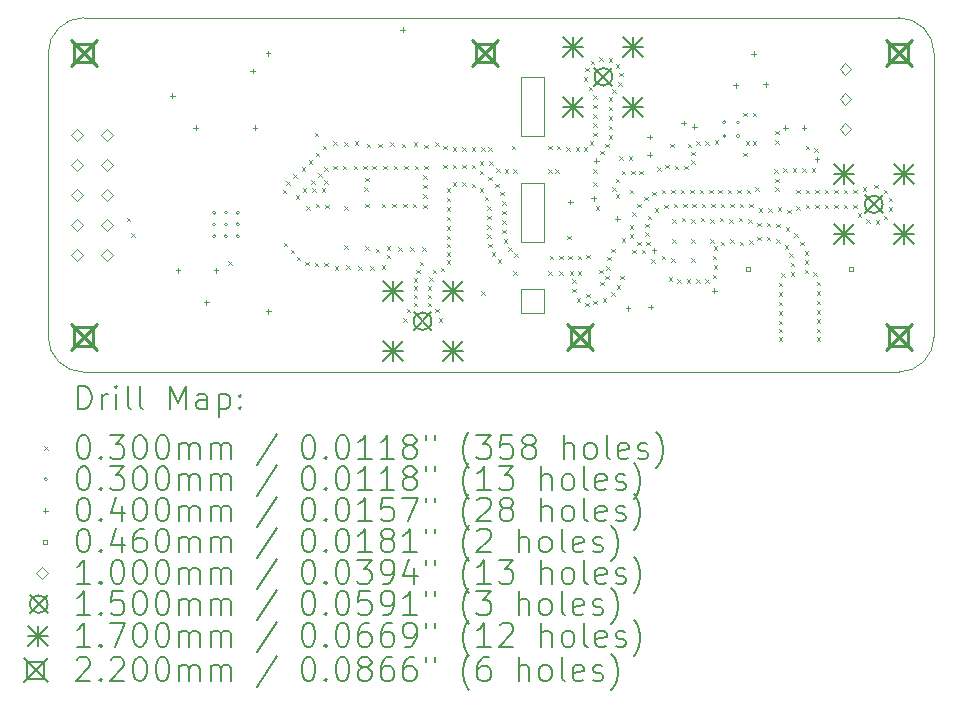
<source format=gbr>
%FSLAX45Y45*%
G04 Gerber Fmt 4.5, Leading zero omitted, Abs format (unit mm)*
G04 Created by KiCad (PCBNEW 6.0.0) date 2022-01-11 02:50:17*
%MOMM*%
%LPD*%
G01*
G04 APERTURE LIST*
%TA.AperFunction,Profile*%
%ADD10C,0.100000*%
%TD*%
%ADD11C,0.200000*%
%ADD12C,0.030000*%
%ADD13C,0.040000*%
%ADD14C,0.046000*%
%ADD15C,0.100000*%
%ADD16C,0.150000*%
%ADD17C,0.170000*%
%ADD18C,0.220000*%
G04 APERTURE END LIST*
D10*
X9200000Y-5000000D02*
X12200000Y-5000000D01*
X12200000Y-8000000D02*
G75*
G03*
X12500000Y-7700000I0J300000D01*
G01*
X5000000Y-7700000D02*
G75*
G03*
X5300000Y-8000000I300000J0D01*
G01*
X12500000Y-5300000D02*
X12500000Y-7700000D01*
X9200000Y-6400000D02*
X9200000Y-6900000D01*
X9000000Y-6900000D02*
X9000000Y-6400000D01*
X9000000Y-7300000D02*
X9000000Y-7500000D01*
X9000000Y-7500000D02*
X9200000Y-7500000D01*
X5300000Y-5000000D02*
X9200000Y-5000000D01*
X9000000Y-7300000D02*
X9200000Y-7300000D01*
X9200000Y-5500000D02*
X9200000Y-6000000D01*
X5300000Y-5000000D02*
G75*
G03*
X5000000Y-5300000I0J-300000D01*
G01*
X9200000Y-6900000D02*
X9000000Y-6900000D01*
X9200000Y-5500000D02*
X9000000Y-5500000D01*
X12200000Y-8000000D02*
X9000000Y-8000000D01*
X9000000Y-8000000D02*
X5300000Y-8000000D01*
X9000000Y-6000000D02*
X9200000Y-6000000D01*
X5000000Y-7700000D02*
X5000000Y-5300000D01*
X9000000Y-6400000D02*
X9200000Y-6400000D01*
X12500000Y-5300000D02*
G75*
G03*
X12200000Y-5000000I-300000J0D01*
G01*
X9000000Y-5500000D02*
X9000000Y-6000000D01*
X9200000Y-7300000D02*
X9200000Y-7500000D01*
D11*
D12*
X5665000Y-6695000D02*
X5695000Y-6725000D01*
X5695000Y-6695000D02*
X5665000Y-6725000D01*
X5705000Y-6825000D02*
X5735000Y-6855000D01*
X5735000Y-6825000D02*
X5705000Y-6855000D01*
X6523012Y-7063120D02*
X6553012Y-7093120D01*
X6553012Y-7063120D02*
X6523012Y-7093120D01*
X6985000Y-6455000D02*
X7015000Y-6485000D01*
X7015000Y-6455000D02*
X6985000Y-6485000D01*
X6995000Y-6905000D02*
X7025000Y-6935000D01*
X7025000Y-6905000D02*
X6995000Y-6935000D01*
X7015000Y-6385000D02*
X7045000Y-6415000D01*
X7045000Y-6385000D02*
X7015000Y-6415000D01*
X7055000Y-6965000D02*
X7085000Y-6995000D01*
X7085000Y-6965000D02*
X7055000Y-6995000D01*
X7075000Y-6325000D02*
X7105000Y-6355000D01*
X7105000Y-6325000D02*
X7075000Y-6355000D01*
X7095000Y-6505000D02*
X7125000Y-6535000D01*
X7125000Y-6505000D02*
X7095000Y-6535000D01*
X7105000Y-7025000D02*
X7135000Y-7055000D01*
X7135000Y-7025000D02*
X7105000Y-7055000D01*
X7145000Y-6265000D02*
X7175000Y-6295000D01*
X7175000Y-6265000D02*
X7145000Y-6295000D01*
X7155000Y-6445000D02*
X7185000Y-6475000D01*
X7185000Y-6445000D02*
X7155000Y-6475000D01*
X7175000Y-7065000D02*
X7205000Y-7095000D01*
X7205000Y-7065000D02*
X7175000Y-7095000D01*
X7185000Y-6595000D02*
X7215000Y-6625000D01*
X7215000Y-6595000D02*
X7185000Y-6625000D01*
X7205000Y-6205000D02*
X7235000Y-6235000D01*
X7235000Y-6205000D02*
X7205000Y-6235000D01*
X7225000Y-6375000D02*
X7255000Y-6405000D01*
X7255000Y-6375000D02*
X7225000Y-6405000D01*
X7235000Y-6445000D02*
X7265000Y-6475000D01*
X7265000Y-6445000D02*
X7235000Y-6475000D01*
X7255000Y-5975000D02*
X7285000Y-6005000D01*
X7285000Y-5975000D02*
X7255000Y-6005000D01*
X7255000Y-7075000D02*
X7285000Y-7105000D01*
X7285000Y-7075000D02*
X7255000Y-7105000D01*
X7265000Y-6145000D02*
X7295000Y-6175000D01*
X7295000Y-6145000D02*
X7265000Y-6175000D01*
X7265000Y-6575000D02*
X7295000Y-6605000D01*
X7295000Y-6575000D02*
X7265000Y-6605000D01*
X7285000Y-6315000D02*
X7315000Y-6345000D01*
X7315000Y-6315000D02*
X7285000Y-6345000D01*
X7315000Y-6445000D02*
X7345000Y-6475000D01*
X7345000Y-6445000D02*
X7315000Y-6475000D01*
X7325000Y-6085000D02*
X7355000Y-6115000D01*
X7355000Y-6085000D02*
X7325000Y-6115000D01*
X7335000Y-6265000D02*
X7365000Y-6295000D01*
X7365000Y-6265000D02*
X7335000Y-6295000D01*
X7335000Y-6375000D02*
X7365000Y-6405000D01*
X7365000Y-6375000D02*
X7335000Y-6405000D01*
X7335000Y-7075000D02*
X7365000Y-7105000D01*
X7365000Y-7075000D02*
X7335000Y-7105000D01*
X7345000Y-6585000D02*
X7375000Y-6615000D01*
X7375000Y-6585000D02*
X7345000Y-6615000D01*
X7415000Y-6045000D02*
X7445000Y-6075000D01*
X7445000Y-6045000D02*
X7415000Y-6075000D01*
X7415000Y-6255000D02*
X7445000Y-6285000D01*
X7445000Y-6255000D02*
X7415000Y-6285000D01*
X7425000Y-7105000D02*
X7455000Y-7135000D01*
X7455000Y-7105000D02*
X7425000Y-7135000D01*
X7495000Y-6255000D02*
X7525000Y-6285000D01*
X7525000Y-6255000D02*
X7495000Y-6285000D01*
X7505000Y-6055000D02*
X7535000Y-6085000D01*
X7535000Y-6055000D02*
X7505000Y-6085000D01*
X7505000Y-6595000D02*
X7535000Y-6625000D01*
X7535000Y-6595000D02*
X7505000Y-6625000D01*
X7505000Y-6925000D02*
X7535000Y-6955000D01*
X7535000Y-6925000D02*
X7505000Y-6955000D01*
X7525000Y-7095000D02*
X7555000Y-7125000D01*
X7555000Y-7095000D02*
X7525000Y-7125000D01*
X7585000Y-6255000D02*
X7615000Y-6285000D01*
X7615000Y-6255000D02*
X7585000Y-6285000D01*
X7595000Y-6045000D02*
X7625000Y-6075000D01*
X7625000Y-6045000D02*
X7595000Y-6075000D01*
X7625000Y-7105000D02*
X7655000Y-7135000D01*
X7655000Y-7105000D02*
X7625000Y-7135000D01*
X7665000Y-6255000D02*
X7695000Y-6285000D01*
X7695000Y-6255000D02*
X7665000Y-6285000D01*
X7675000Y-6435000D02*
X7705000Y-6465000D01*
X7705000Y-6435000D02*
X7675000Y-6465000D01*
X7685000Y-6355000D02*
X7715000Y-6385000D01*
X7715000Y-6355000D02*
X7685000Y-6385000D01*
X7685000Y-6575000D02*
X7715000Y-6605000D01*
X7715000Y-6575000D02*
X7685000Y-6605000D01*
X7685000Y-6935000D02*
X7715000Y-6965000D01*
X7715000Y-6935000D02*
X7685000Y-6965000D01*
X7695000Y-6065000D02*
X7725000Y-6095000D01*
X7725000Y-6065000D02*
X7695000Y-6095000D01*
X7725000Y-7105000D02*
X7755000Y-7135000D01*
X7755000Y-7105000D02*
X7725000Y-7135000D01*
X7745000Y-6255000D02*
X7775000Y-6285000D01*
X7775000Y-6255000D02*
X7745000Y-6285000D01*
X7775000Y-6955000D02*
X7805000Y-6985000D01*
X7805000Y-6955000D02*
X7775000Y-6985000D01*
X7795000Y-6065000D02*
X7825000Y-6095000D01*
X7825000Y-6065000D02*
X7795000Y-6095000D01*
X7825000Y-6575000D02*
X7855000Y-6605000D01*
X7855000Y-6575000D02*
X7825000Y-6605000D01*
X7825000Y-7095000D02*
X7855000Y-7125000D01*
X7855000Y-7095000D02*
X7825000Y-7125000D01*
X7835000Y-6255000D02*
X7865000Y-6285000D01*
X7865000Y-6255000D02*
X7835000Y-6285000D01*
X7865000Y-6935000D02*
X7895000Y-6965000D01*
X7895000Y-6935000D02*
X7865000Y-6965000D01*
X7865000Y-7005000D02*
X7895000Y-7035000D01*
X7895000Y-7005000D02*
X7865000Y-7035000D01*
X7895000Y-6055000D02*
X7925000Y-6085000D01*
X7925000Y-6055000D02*
X7895000Y-6085000D01*
X7915000Y-6575000D02*
X7945000Y-6605000D01*
X7945000Y-6575000D02*
X7915000Y-6605000D01*
X7925000Y-6255000D02*
X7955000Y-6285000D01*
X7955000Y-6255000D02*
X7925000Y-6285000D01*
X7965000Y-6945000D02*
X7995000Y-6975000D01*
X7995000Y-6945000D02*
X7965000Y-6975000D01*
X7995000Y-6065000D02*
X8025000Y-6095000D01*
X8025000Y-6065000D02*
X7995000Y-6095000D01*
X8005000Y-6575000D02*
X8035000Y-6605000D01*
X8035000Y-6575000D02*
X8005000Y-6605000D01*
X8005000Y-7545000D02*
X8035000Y-7575000D01*
X8035000Y-7545000D02*
X8005000Y-7575000D01*
X8015000Y-6255000D02*
X8045000Y-6285000D01*
X8045000Y-6255000D02*
X8015000Y-6285000D01*
X8035000Y-7465000D02*
X8065000Y-7495000D01*
X8065000Y-7465000D02*
X8035000Y-7495000D01*
X8065000Y-6945000D02*
X8095000Y-6975000D01*
X8095000Y-6945000D02*
X8065000Y-6975000D01*
X8085000Y-6575000D02*
X8115000Y-6605000D01*
X8115000Y-6575000D02*
X8085000Y-6605000D01*
X8095000Y-6055000D02*
X8125000Y-6085000D01*
X8125000Y-6055000D02*
X8095000Y-6085000D01*
X8095000Y-7205000D02*
X8125000Y-7235000D01*
X8125000Y-7205000D02*
X8095000Y-7235000D01*
X8095000Y-7275000D02*
X8125000Y-7305000D01*
X8125000Y-7275000D02*
X8095000Y-7305000D01*
X8095000Y-7345000D02*
X8125000Y-7375000D01*
X8125000Y-7345000D02*
X8095000Y-7375000D01*
X8095000Y-7415000D02*
X8125000Y-7445000D01*
X8125000Y-7415000D02*
X8095000Y-7445000D01*
X8105000Y-6255000D02*
X8135000Y-6285000D01*
X8135000Y-6255000D02*
X8105000Y-6285000D01*
X8115000Y-7135000D02*
X8145000Y-7165000D01*
X8145000Y-7135000D02*
X8115000Y-7165000D01*
X8145000Y-7065000D02*
X8175000Y-7095000D01*
X8175000Y-7065000D02*
X8145000Y-7095000D01*
X8165000Y-6945000D02*
X8195000Y-6975000D01*
X8195000Y-6945000D02*
X8165000Y-6975000D01*
X8175000Y-6335000D02*
X8205000Y-6365000D01*
X8205000Y-6335000D02*
X8175000Y-6365000D01*
X8175000Y-6415000D02*
X8205000Y-6445000D01*
X8205000Y-6415000D02*
X8175000Y-6445000D01*
X8175000Y-6495000D02*
X8205000Y-6525000D01*
X8205000Y-6495000D02*
X8175000Y-6525000D01*
X8175000Y-6585000D02*
X8205000Y-6615000D01*
X8205000Y-6585000D02*
X8175000Y-6615000D01*
X8185000Y-6075000D02*
X8215000Y-6105000D01*
X8215000Y-6075000D02*
X8185000Y-6105000D01*
X8185000Y-6255000D02*
X8215000Y-6285000D01*
X8215000Y-6255000D02*
X8185000Y-6285000D01*
X8215000Y-7275000D02*
X8245000Y-7305000D01*
X8245000Y-7275000D02*
X8215000Y-7305000D01*
X8215000Y-7345000D02*
X8245000Y-7375000D01*
X8245000Y-7345000D02*
X8215000Y-7375000D01*
X8215000Y-7415000D02*
X8245000Y-7445000D01*
X8245000Y-7415000D02*
X8215000Y-7445000D01*
X8225000Y-7195000D02*
X8255000Y-7225000D01*
X8255000Y-7195000D02*
X8225000Y-7225000D01*
X8255000Y-7135000D02*
X8285000Y-7165000D01*
X8285000Y-7135000D02*
X8255000Y-7165000D01*
X8275000Y-6055000D02*
X8305000Y-6085000D01*
X8305000Y-6055000D02*
X8275000Y-6085000D01*
X8275000Y-7465000D02*
X8305000Y-7495000D01*
X8305000Y-7465000D02*
X8275000Y-7495000D01*
X8305000Y-7545000D02*
X8335000Y-7575000D01*
X8335000Y-7545000D02*
X8305000Y-7575000D01*
X8325000Y-7115000D02*
X8355000Y-7145000D01*
X8355000Y-7115000D02*
X8325000Y-7145000D01*
X8345000Y-6085000D02*
X8375000Y-6115000D01*
X8375000Y-6085000D02*
X8345000Y-6115000D01*
X8345000Y-6245000D02*
X8375000Y-6275000D01*
X8375000Y-6245000D02*
X8345000Y-6275000D01*
X8375000Y-6445000D02*
X8405000Y-6475000D01*
X8405000Y-6445000D02*
X8375000Y-6475000D01*
X8375000Y-6525000D02*
X8405000Y-6555000D01*
X8405000Y-6525000D02*
X8375000Y-6555000D01*
X8375000Y-6605000D02*
X8405000Y-6635000D01*
X8405000Y-6605000D02*
X8375000Y-6635000D01*
X8375000Y-6685000D02*
X8405000Y-6715000D01*
X8405000Y-6685000D02*
X8375000Y-6715000D01*
X8375000Y-6765000D02*
X8405000Y-6795000D01*
X8405000Y-6765000D02*
X8375000Y-6795000D01*
X8375000Y-6845000D02*
X8405000Y-6875000D01*
X8405000Y-6845000D02*
X8375000Y-6875000D01*
X8375000Y-6915000D02*
X8405000Y-6945000D01*
X8405000Y-6915000D02*
X8375000Y-6945000D01*
X8375000Y-6985000D02*
X8405000Y-7015000D01*
X8405000Y-6985000D02*
X8375000Y-7015000D01*
X8375000Y-7055000D02*
X8405000Y-7085000D01*
X8405000Y-7055000D02*
X8375000Y-7085000D01*
X8425000Y-6095000D02*
X8455000Y-6125000D01*
X8455000Y-6095000D02*
X8425000Y-6125000D01*
X8425000Y-6245000D02*
X8455000Y-6275000D01*
X8455000Y-6245000D02*
X8425000Y-6275000D01*
X8425000Y-6395000D02*
X8455000Y-6425000D01*
X8455000Y-6395000D02*
X8425000Y-6425000D01*
X8505000Y-6095000D02*
X8535000Y-6125000D01*
X8535000Y-6095000D02*
X8505000Y-6125000D01*
X8505000Y-6245000D02*
X8535000Y-6275000D01*
X8535000Y-6245000D02*
X8505000Y-6275000D01*
X8505000Y-6395000D02*
X8535000Y-6425000D01*
X8535000Y-6395000D02*
X8505000Y-6425000D01*
X8585000Y-6095000D02*
X8615000Y-6125000D01*
X8615000Y-6095000D02*
X8585000Y-6125000D01*
X8585000Y-6245000D02*
X8615000Y-6275000D01*
X8615000Y-6245000D02*
X8585000Y-6275000D01*
X8585000Y-6405000D02*
X8615000Y-6435000D01*
X8615000Y-6405000D02*
X8585000Y-6435000D01*
X8655000Y-6215000D02*
X8685000Y-6245000D01*
X8685000Y-6215000D02*
X8655000Y-6245000D01*
X8655000Y-6295000D02*
X8685000Y-6325000D01*
X8685000Y-6295000D02*
X8655000Y-6325000D01*
X8655000Y-6445000D02*
X8685000Y-6475000D01*
X8685000Y-6445000D02*
X8655000Y-6475000D01*
X8665000Y-6095000D02*
X8695000Y-6125000D01*
X8695000Y-6095000D02*
X8665000Y-6125000D01*
X8665000Y-7315000D02*
X8695000Y-7345000D01*
X8695000Y-7315000D02*
X8665000Y-7345000D01*
X8695000Y-6515000D02*
X8725000Y-6545000D01*
X8725000Y-6515000D02*
X8695000Y-6545000D01*
X8715000Y-6595000D02*
X8745000Y-6625000D01*
X8745000Y-6595000D02*
X8715000Y-6625000D01*
X8715000Y-6675000D02*
X8745000Y-6705000D01*
X8745000Y-6675000D02*
X8715000Y-6705000D01*
X8715000Y-6755000D02*
X8745000Y-6785000D01*
X8745000Y-6755000D02*
X8715000Y-6785000D01*
X8715000Y-6835000D02*
X8745000Y-6865000D01*
X8745000Y-6835000D02*
X8715000Y-6865000D01*
X8725000Y-6095000D02*
X8755000Y-6125000D01*
X8755000Y-6095000D02*
X8725000Y-6125000D01*
X8725000Y-6345000D02*
X8755000Y-6375000D01*
X8755000Y-6345000D02*
X8725000Y-6375000D01*
X8725000Y-6915000D02*
X8755000Y-6945000D01*
X8755000Y-6915000D02*
X8725000Y-6945000D01*
X8735000Y-6215000D02*
X8765000Y-6245000D01*
X8765000Y-6215000D02*
X8735000Y-6245000D01*
X8755000Y-6985000D02*
X8785000Y-7015000D01*
X8785000Y-6985000D02*
X8755000Y-7015000D01*
X8785000Y-6405000D02*
X8815000Y-6435000D01*
X8815000Y-6405000D02*
X8785000Y-6435000D01*
X8795000Y-6275000D02*
X8825000Y-6305000D01*
X8825000Y-6275000D02*
X8795000Y-6305000D01*
X8805000Y-7045000D02*
X8835000Y-7075000D01*
X8835000Y-7045000D02*
X8805000Y-7075000D01*
X8825000Y-6475000D02*
X8855000Y-6505000D01*
X8855000Y-6475000D02*
X8825000Y-6505000D01*
X8845000Y-6555000D02*
X8875000Y-6585000D01*
X8875000Y-6555000D02*
X8845000Y-6585000D01*
X8845000Y-6635000D02*
X8875000Y-6665000D01*
X8875000Y-6635000D02*
X8845000Y-6665000D01*
X8845000Y-6715000D02*
X8875000Y-6745000D01*
X8875000Y-6715000D02*
X8845000Y-6745000D01*
X8845000Y-6795000D02*
X8875000Y-6825000D01*
X8875000Y-6795000D02*
X8845000Y-6825000D01*
X8855000Y-6875000D02*
X8885000Y-6905000D01*
X8885000Y-6875000D02*
X8855000Y-6905000D01*
X8865000Y-6285000D02*
X8895000Y-6315000D01*
X8895000Y-6285000D02*
X8865000Y-6315000D01*
X8895000Y-6945000D02*
X8925000Y-6975000D01*
X8925000Y-6945000D02*
X8895000Y-6975000D01*
X8925000Y-6085000D02*
X8955000Y-6115000D01*
X8955000Y-6085000D02*
X8925000Y-6115000D01*
X8935000Y-6285000D02*
X8965000Y-6315000D01*
X8965000Y-6285000D02*
X8935000Y-6315000D01*
X8935000Y-7145000D02*
X8965000Y-7175000D01*
X8965000Y-7145000D02*
X8935000Y-7175000D01*
X8945000Y-6995000D02*
X8975000Y-7025000D01*
X8975000Y-6995000D02*
X8945000Y-7025000D01*
X9235000Y-6085000D02*
X9265000Y-6115000D01*
X9265000Y-6085000D02*
X9235000Y-6115000D01*
X9235000Y-6285000D02*
X9265000Y-6315000D01*
X9265000Y-6285000D02*
X9235000Y-6315000D01*
X9235000Y-7145000D02*
X9265000Y-7175000D01*
X9265000Y-7145000D02*
X9235000Y-7175000D01*
X9245000Y-7015000D02*
X9275000Y-7045000D01*
X9275000Y-7015000D02*
X9245000Y-7045000D01*
X9295000Y-6285000D02*
X9325000Y-6315000D01*
X9325000Y-6285000D02*
X9295000Y-6315000D01*
X9305000Y-6085000D02*
X9335000Y-6115000D01*
X9335000Y-6085000D02*
X9305000Y-6115000D01*
X9325000Y-7015000D02*
X9355000Y-7045000D01*
X9355000Y-7015000D02*
X9325000Y-7045000D01*
X9325000Y-7145000D02*
X9355000Y-7175000D01*
X9355000Y-7145000D02*
X9325000Y-7175000D01*
X9385000Y-6095000D02*
X9415000Y-6125000D01*
X9415000Y-6095000D02*
X9385000Y-6125000D01*
X9395000Y-6845000D02*
X9425000Y-6875000D01*
X9425000Y-6845000D02*
X9395000Y-6875000D01*
X9405000Y-7015000D02*
X9435000Y-7045000D01*
X9435000Y-7015000D02*
X9405000Y-7045000D01*
X9415000Y-7145000D02*
X9445000Y-7175000D01*
X9445000Y-7145000D02*
X9415000Y-7175000D01*
X9435000Y-7215000D02*
X9465000Y-7245000D01*
X9465000Y-7215000D02*
X9435000Y-7245000D01*
X9435000Y-7295000D02*
X9465000Y-7325000D01*
X9465000Y-7295000D02*
X9435000Y-7325000D01*
X9465000Y-6095000D02*
X9495000Y-6125000D01*
X9495000Y-6095000D02*
X9465000Y-6125000D01*
X9475000Y-7375000D02*
X9505000Y-7405000D01*
X9505000Y-7375000D02*
X9475000Y-7405000D01*
X9485000Y-7015000D02*
X9515000Y-7045000D01*
X9515000Y-7015000D02*
X9485000Y-7045000D01*
X9485000Y-7145000D02*
X9515000Y-7175000D01*
X9515000Y-7145000D02*
X9485000Y-7175000D01*
X9535000Y-5505000D02*
X9565000Y-5535000D01*
X9565000Y-5505000D02*
X9535000Y-5535000D01*
X9535000Y-6095000D02*
X9565000Y-6125000D01*
X9565000Y-6095000D02*
X9535000Y-6125000D01*
X9545000Y-5425000D02*
X9575000Y-5455000D01*
X9575000Y-5425000D02*
X9545000Y-5455000D01*
X9545000Y-7415000D02*
X9575000Y-7445000D01*
X9575000Y-7415000D02*
X9545000Y-7445000D01*
X9555000Y-7005000D02*
X9585000Y-7035000D01*
X9585000Y-7005000D02*
X9555000Y-7035000D01*
X9555000Y-7335000D02*
X9585000Y-7365000D01*
X9585000Y-7335000D02*
X9555000Y-7365000D01*
X9575000Y-5585000D02*
X9605000Y-5615000D01*
X9605000Y-5585000D02*
X9575000Y-5615000D01*
X9585000Y-6045000D02*
X9615000Y-6075000D01*
X9615000Y-6045000D02*
X9585000Y-6075000D01*
X9595000Y-5365000D02*
X9625000Y-5395000D01*
X9625000Y-5365000D02*
X9595000Y-5395000D01*
X9615000Y-5655000D02*
X9645000Y-5685000D01*
X9645000Y-5655000D02*
X9615000Y-5685000D01*
X9615000Y-5735000D02*
X9645000Y-5765000D01*
X9645000Y-5735000D02*
X9615000Y-5765000D01*
X9615000Y-5815000D02*
X9645000Y-5845000D01*
X9645000Y-5815000D02*
X9615000Y-5845000D01*
X9615000Y-5895000D02*
X9645000Y-5925000D01*
X9645000Y-5895000D02*
X9615000Y-5925000D01*
X9615000Y-5975000D02*
X9645000Y-6005000D01*
X9645000Y-5975000D02*
X9615000Y-6005000D01*
X9615000Y-6285000D02*
X9645000Y-6315000D01*
X9645000Y-6285000D02*
X9615000Y-6315000D01*
X9615000Y-6395000D02*
X9645000Y-6425000D01*
X9645000Y-6395000D02*
X9615000Y-6425000D01*
X9615000Y-7395000D02*
X9645000Y-7425000D01*
X9645000Y-7395000D02*
X9615000Y-7425000D01*
X9635000Y-6595000D02*
X9665000Y-6625000D01*
X9665000Y-6595000D02*
X9635000Y-6625000D01*
X9665000Y-5335000D02*
X9695000Y-5365000D01*
X9695000Y-5335000D02*
X9665000Y-5365000D01*
X9665000Y-7135000D02*
X9695000Y-7165000D01*
X9695000Y-7135000D02*
X9665000Y-7165000D01*
X9675000Y-6125000D02*
X9705000Y-6155000D01*
X9705000Y-6125000D02*
X9675000Y-6155000D01*
X9675000Y-7235000D02*
X9705000Y-7265000D01*
X9705000Y-7235000D02*
X9675000Y-7265000D01*
X9695000Y-7375000D02*
X9725000Y-7405000D01*
X9725000Y-7375000D02*
X9695000Y-7405000D01*
X9715000Y-6065000D02*
X9745000Y-6095000D01*
X9745000Y-6065000D02*
X9715000Y-6095000D01*
X9715000Y-7185000D02*
X9745000Y-7215000D01*
X9745000Y-7185000D02*
X9715000Y-7215000D01*
X9725000Y-7105000D02*
X9755000Y-7135000D01*
X9755000Y-7105000D02*
X9725000Y-7135000D01*
X9735000Y-7025000D02*
X9765000Y-7055000D01*
X9765000Y-7025000D02*
X9735000Y-7055000D01*
X9745000Y-5345000D02*
X9775000Y-5375000D01*
X9775000Y-5345000D02*
X9745000Y-5375000D01*
X9745000Y-5675000D02*
X9775000Y-5705000D01*
X9775000Y-5675000D02*
X9745000Y-5705000D01*
X9745000Y-5755000D02*
X9775000Y-5785000D01*
X9775000Y-5755000D02*
X9745000Y-5785000D01*
X9745000Y-5835000D02*
X9775000Y-5865000D01*
X9775000Y-5835000D02*
X9745000Y-5865000D01*
X9745000Y-5915000D02*
X9775000Y-5945000D01*
X9775000Y-5915000D02*
X9745000Y-5945000D01*
X9745000Y-5995000D02*
X9775000Y-6025000D01*
X9775000Y-5995000D02*
X9745000Y-6025000D01*
X9765000Y-6955000D02*
X9795000Y-6985000D01*
X9795000Y-6955000D02*
X9765000Y-6985000D01*
X9765000Y-7325000D02*
X9795000Y-7355000D01*
X9795000Y-7325000D02*
X9765000Y-7355000D01*
X9775000Y-5605000D02*
X9805000Y-5635000D01*
X9805000Y-5605000D02*
X9775000Y-5635000D01*
X9775000Y-6435000D02*
X9805000Y-6465000D01*
X9805000Y-6435000D02*
X9775000Y-6465000D01*
X9805000Y-5395000D02*
X9835000Y-5425000D01*
X9835000Y-5395000D02*
X9805000Y-5425000D01*
X9805000Y-6365000D02*
X9835000Y-6395000D01*
X9835000Y-6365000D02*
X9805000Y-6395000D01*
X9805000Y-6495000D02*
X9835000Y-6525000D01*
X9835000Y-6495000D02*
X9805000Y-6525000D01*
X9815000Y-7265000D02*
X9845000Y-7295000D01*
X9845000Y-7265000D02*
X9815000Y-7295000D01*
X9825000Y-5545000D02*
X9855000Y-5575000D01*
X9855000Y-5545000D02*
X9825000Y-5575000D01*
X9835000Y-5465000D02*
X9865000Y-5495000D01*
X9865000Y-5465000D02*
X9835000Y-5495000D01*
X9835000Y-6175000D02*
X9865000Y-6205000D01*
X9865000Y-6175000D02*
X9835000Y-6205000D01*
X9845000Y-7185000D02*
X9875000Y-7215000D01*
X9875000Y-7185000D02*
X9845000Y-7215000D01*
X9855000Y-6295000D02*
X9885000Y-6325000D01*
X9885000Y-6295000D02*
X9855000Y-6325000D01*
X9855000Y-6865000D02*
X9885000Y-6895000D01*
X9885000Y-6865000D02*
X9855000Y-6895000D01*
X9915000Y-6175000D02*
X9945000Y-6205000D01*
X9945000Y-6175000D02*
X9915000Y-6205000D01*
X9925000Y-6455000D02*
X9955000Y-6485000D01*
X9955000Y-6455000D02*
X9925000Y-6485000D01*
X9925000Y-6755000D02*
X9955000Y-6785000D01*
X9955000Y-6755000D02*
X9925000Y-6785000D01*
X9925000Y-6835000D02*
X9955000Y-6865000D01*
X9955000Y-6835000D02*
X9925000Y-6865000D01*
X9935000Y-6295000D02*
X9965000Y-6325000D01*
X9965000Y-6295000D02*
X9935000Y-6325000D01*
X9945000Y-6645000D02*
X9975000Y-6675000D01*
X9975000Y-6645000D02*
X9945000Y-6675000D01*
X9945000Y-6965000D02*
X9975000Y-6995000D01*
X9975000Y-6965000D02*
X9945000Y-6995000D01*
X9985000Y-6575000D02*
X10015000Y-6605000D01*
X10015000Y-6575000D02*
X9985000Y-6605000D01*
X9985000Y-6895000D02*
X10015000Y-6925000D01*
X10015000Y-6895000D02*
X9985000Y-6925000D01*
X10005000Y-6295000D02*
X10035000Y-6325000D01*
X10035000Y-6295000D02*
X10005000Y-6325000D01*
X10025000Y-6965000D02*
X10055000Y-6995000D01*
X10055000Y-6965000D02*
X10025000Y-6995000D01*
X10045000Y-6515000D02*
X10075000Y-6545000D01*
X10075000Y-6515000D02*
X10045000Y-6545000D01*
X10055000Y-6745000D02*
X10085000Y-6775000D01*
X10085000Y-6745000D02*
X10055000Y-6775000D01*
X10055000Y-6815000D02*
X10085000Y-6845000D01*
X10085000Y-6815000D02*
X10055000Y-6845000D01*
X10065000Y-6895000D02*
X10095000Y-6925000D01*
X10095000Y-6895000D02*
X10065000Y-6925000D01*
X10075000Y-6675000D02*
X10105000Y-6705000D01*
X10105000Y-6675000D02*
X10075000Y-6705000D01*
X10105000Y-7045000D02*
X10135000Y-7075000D01*
X10135000Y-7045000D02*
X10105000Y-7075000D01*
X10115000Y-6475000D02*
X10145000Y-6505000D01*
X10145000Y-6475000D02*
X10115000Y-6505000D01*
X10135000Y-6615000D02*
X10165000Y-6645000D01*
X10165000Y-6615000D02*
X10135000Y-6645000D01*
X10155000Y-6265000D02*
X10185000Y-6295000D01*
X10185000Y-6265000D02*
X10155000Y-6295000D01*
X10195000Y-6455000D02*
X10225000Y-6485000D01*
X10225000Y-6455000D02*
X10195000Y-6485000D01*
X10195000Y-7015000D02*
X10225000Y-7045000D01*
X10225000Y-7015000D02*
X10195000Y-7045000D01*
X10215000Y-6585000D02*
X10245000Y-6615000D01*
X10245000Y-6585000D02*
X10215000Y-6615000D01*
X10225000Y-6245000D02*
X10255000Y-6275000D01*
X10255000Y-6245000D02*
X10225000Y-6275000D01*
X10255000Y-7195000D02*
X10285000Y-7225000D01*
X10285000Y-7195000D02*
X10255000Y-7225000D01*
X10265000Y-6065000D02*
X10295000Y-6095000D01*
X10295000Y-6065000D02*
X10265000Y-6095000D01*
X10275000Y-6455000D02*
X10305000Y-6485000D01*
X10305000Y-6455000D02*
X10275000Y-6485000D01*
X10275000Y-7035000D02*
X10305000Y-7065000D01*
X10305000Y-7035000D02*
X10275000Y-7065000D01*
X10285000Y-6705000D02*
X10315000Y-6735000D01*
X10315000Y-6705000D02*
X10285000Y-6735000D01*
X10285000Y-6875000D02*
X10315000Y-6905000D01*
X10315000Y-6875000D02*
X10285000Y-6905000D01*
X10295000Y-6575000D02*
X10325000Y-6605000D01*
X10325000Y-6575000D02*
X10295000Y-6605000D01*
X10305000Y-6255000D02*
X10335000Y-6285000D01*
X10335000Y-6255000D02*
X10305000Y-6285000D01*
X10325000Y-7215000D02*
X10355000Y-7245000D01*
X10355000Y-7215000D02*
X10325000Y-7245000D01*
X10355000Y-6455000D02*
X10385000Y-6485000D01*
X10385000Y-6455000D02*
X10355000Y-6485000D01*
X10365000Y-6695000D02*
X10395000Y-6725000D01*
X10395000Y-6695000D02*
X10365000Y-6725000D01*
X10375000Y-6575000D02*
X10405000Y-6605000D01*
X10405000Y-6575000D02*
X10375000Y-6605000D01*
X10385000Y-6255000D02*
X10415000Y-6285000D01*
X10415000Y-6255000D02*
X10385000Y-6285000D01*
X10405000Y-7215000D02*
X10435000Y-7245000D01*
X10435000Y-7215000D02*
X10405000Y-7245000D01*
X10415000Y-6065000D02*
X10445000Y-6095000D01*
X10445000Y-6065000D02*
X10415000Y-6095000D01*
X10435000Y-6455000D02*
X10465000Y-6485000D01*
X10465000Y-6455000D02*
X10435000Y-6485000D01*
X10445000Y-6135000D02*
X10475000Y-6165000D01*
X10475000Y-6135000D02*
X10445000Y-6165000D01*
X10445000Y-6205000D02*
X10475000Y-6235000D01*
X10475000Y-6205000D02*
X10445000Y-6235000D01*
X10445000Y-6705000D02*
X10475000Y-6735000D01*
X10475000Y-6705000D02*
X10445000Y-6735000D01*
X10445000Y-6875000D02*
X10475000Y-6905000D01*
X10475000Y-6875000D02*
X10445000Y-6905000D01*
X10445000Y-7035000D02*
X10475000Y-7065000D01*
X10475000Y-7035000D02*
X10445000Y-7065000D01*
X10455000Y-6575000D02*
X10485000Y-6605000D01*
X10485000Y-6575000D02*
X10455000Y-6605000D01*
X10485000Y-6045000D02*
X10515000Y-6075000D01*
X10515000Y-6045000D02*
X10485000Y-6075000D01*
X10485000Y-7215000D02*
X10515000Y-7245000D01*
X10515000Y-7215000D02*
X10485000Y-7245000D01*
X10515000Y-6455000D02*
X10545000Y-6485000D01*
X10545000Y-6455000D02*
X10515000Y-6485000D01*
X10525000Y-6695000D02*
X10555000Y-6725000D01*
X10555000Y-6695000D02*
X10525000Y-6725000D01*
X10535000Y-6575000D02*
X10565000Y-6605000D01*
X10565000Y-6575000D02*
X10535000Y-6605000D01*
X10565000Y-6045000D02*
X10595000Y-6075000D01*
X10595000Y-6045000D02*
X10565000Y-6075000D01*
X10565000Y-7215000D02*
X10595000Y-7245000D01*
X10595000Y-7215000D02*
X10565000Y-7245000D01*
X10595000Y-6455000D02*
X10625000Y-6485000D01*
X10625000Y-6455000D02*
X10595000Y-6485000D01*
X10605000Y-6705000D02*
X10635000Y-6735000D01*
X10635000Y-6705000D02*
X10605000Y-6735000D01*
X10605000Y-6875000D02*
X10635000Y-6905000D01*
X10635000Y-6875000D02*
X10605000Y-6905000D01*
X10615000Y-6575000D02*
X10645000Y-6605000D01*
X10645000Y-6575000D02*
X10615000Y-6605000D01*
X10625000Y-7015000D02*
X10655000Y-7045000D01*
X10655000Y-7015000D02*
X10625000Y-7045000D01*
X10625000Y-7175000D02*
X10655000Y-7205000D01*
X10655000Y-7175000D02*
X10625000Y-7205000D01*
X10635000Y-6935000D02*
X10665000Y-6965000D01*
X10665000Y-6935000D02*
X10635000Y-6965000D01*
X10635000Y-7095000D02*
X10665000Y-7125000D01*
X10665000Y-7095000D02*
X10635000Y-7125000D01*
X10645000Y-6035000D02*
X10675000Y-6065000D01*
X10675000Y-6035000D02*
X10645000Y-6065000D01*
X10675000Y-6455000D02*
X10705000Y-6485000D01*
X10705000Y-6455000D02*
X10675000Y-6485000D01*
X10685000Y-6695000D02*
X10715000Y-6725000D01*
X10715000Y-6695000D02*
X10685000Y-6725000D01*
X10695000Y-6575000D02*
X10725000Y-6605000D01*
X10725000Y-6575000D02*
X10695000Y-6605000D01*
X10695000Y-6895000D02*
X10725000Y-6925000D01*
X10725000Y-6895000D02*
X10695000Y-6925000D01*
X10755000Y-6455000D02*
X10785000Y-6485000D01*
X10785000Y-6455000D02*
X10755000Y-6485000D01*
X10765000Y-6705000D02*
X10795000Y-6735000D01*
X10795000Y-6705000D02*
X10765000Y-6735000D01*
X10775000Y-6575000D02*
X10805000Y-6605000D01*
X10805000Y-6575000D02*
X10775000Y-6605000D01*
X10775000Y-6875000D02*
X10805000Y-6905000D01*
X10805000Y-6875000D02*
X10775000Y-6905000D01*
X10835000Y-6455000D02*
X10865000Y-6485000D01*
X10865000Y-6455000D02*
X10835000Y-6485000D01*
X10845000Y-6695000D02*
X10875000Y-6725000D01*
X10875000Y-6695000D02*
X10845000Y-6725000D01*
X10855000Y-6575000D02*
X10885000Y-6605000D01*
X10885000Y-6575000D02*
X10855000Y-6605000D01*
X10855000Y-6895000D02*
X10885000Y-6925000D01*
X10885000Y-6895000D02*
X10855000Y-6925000D01*
X10885000Y-5805000D02*
X10915000Y-5835000D01*
X10915000Y-5805000D02*
X10885000Y-5835000D01*
X10885000Y-6145000D02*
X10915000Y-6175000D01*
X10915000Y-6145000D02*
X10885000Y-6175000D01*
X10905000Y-6045000D02*
X10935000Y-6075000D01*
X10935000Y-6045000D02*
X10905000Y-6075000D01*
X10915000Y-6455000D02*
X10945000Y-6485000D01*
X10945000Y-6455000D02*
X10915000Y-6485000D01*
X10925000Y-6705000D02*
X10955000Y-6735000D01*
X10955000Y-6705000D02*
X10925000Y-6735000D01*
X10935000Y-6575000D02*
X10965000Y-6605000D01*
X10965000Y-6575000D02*
X10935000Y-6605000D01*
X10935000Y-6885000D02*
X10965000Y-6915000D01*
X10965000Y-6885000D02*
X10935000Y-6915000D01*
X10965000Y-5805000D02*
X10995000Y-5835000D01*
X10995000Y-5805000D02*
X10965000Y-5835000D01*
X10965000Y-6045000D02*
X10995000Y-6075000D01*
X10995000Y-6045000D02*
X10965000Y-6075000D01*
X10985000Y-6435000D02*
X11015000Y-6465000D01*
X11015000Y-6435000D02*
X10985000Y-6465000D01*
X11005000Y-6735000D02*
X11035000Y-6765000D01*
X11035000Y-6735000D02*
X11005000Y-6765000D01*
X11005000Y-6855000D02*
X11035000Y-6885000D01*
X11035000Y-6855000D02*
X11005000Y-6885000D01*
X11015000Y-6615000D02*
X11045000Y-6645000D01*
X11045000Y-6615000D02*
X11015000Y-6645000D01*
X11085000Y-6735000D02*
X11115000Y-6765000D01*
X11115000Y-6735000D02*
X11085000Y-6765000D01*
X11085000Y-6855000D02*
X11115000Y-6885000D01*
X11115000Y-6855000D02*
X11085000Y-6885000D01*
X11095000Y-6615000D02*
X11125000Y-6645000D01*
X11125000Y-6615000D02*
X11095000Y-6645000D01*
X11145000Y-6285000D02*
X11175000Y-6315000D01*
X11175000Y-6285000D02*
X11145000Y-6315000D01*
X11155000Y-5955000D02*
X11185000Y-5985000D01*
X11185000Y-5955000D02*
X11155000Y-5985000D01*
X11155000Y-6035000D02*
X11185000Y-6065000D01*
X11185000Y-6035000D02*
X11155000Y-6065000D01*
X11155000Y-6365000D02*
X11185000Y-6395000D01*
X11185000Y-6365000D02*
X11155000Y-6395000D01*
X11155000Y-6435000D02*
X11185000Y-6465000D01*
X11185000Y-6435000D02*
X11155000Y-6465000D01*
X11165000Y-6745000D02*
X11195000Y-6775000D01*
X11195000Y-6745000D02*
X11165000Y-6775000D01*
X11165000Y-6875000D02*
X11195000Y-6905000D01*
X11195000Y-6875000D02*
X11165000Y-6905000D01*
X11175000Y-6605000D02*
X11205000Y-6635000D01*
X11205000Y-6605000D02*
X11175000Y-6635000D01*
X11185000Y-7245000D02*
X11215000Y-7275000D01*
X11215000Y-7245000D02*
X11185000Y-7275000D01*
X11185000Y-7325000D02*
X11215000Y-7355000D01*
X11215000Y-7325000D02*
X11185000Y-7355000D01*
X11185000Y-7405000D02*
X11215000Y-7435000D01*
X11215000Y-7405000D02*
X11185000Y-7435000D01*
X11185000Y-7485000D02*
X11215000Y-7515000D01*
X11215000Y-7485000D02*
X11185000Y-7515000D01*
X11185000Y-7565000D02*
X11215000Y-7595000D01*
X11215000Y-7565000D02*
X11185000Y-7595000D01*
X11185000Y-7635000D02*
X11215000Y-7665000D01*
X11215000Y-7635000D02*
X11185000Y-7665000D01*
X11185000Y-7705000D02*
X11215000Y-7735000D01*
X11215000Y-7705000D02*
X11185000Y-7735000D01*
X11205000Y-7165000D02*
X11235000Y-7195000D01*
X11235000Y-7165000D02*
X11205000Y-7195000D01*
X11225000Y-6275000D02*
X11255000Y-6305000D01*
X11255000Y-6275000D02*
X11225000Y-6305000D01*
X11235000Y-6925000D02*
X11265000Y-6955000D01*
X11265000Y-6925000D02*
X11235000Y-6955000D01*
X11245000Y-6775000D02*
X11275000Y-6805000D01*
X11275000Y-6775000D02*
X11245000Y-6805000D01*
X11255000Y-6625000D02*
X11285000Y-6655000D01*
X11285000Y-6625000D02*
X11255000Y-6655000D01*
X11275000Y-6995000D02*
X11305000Y-7025000D01*
X11305000Y-6995000D02*
X11275000Y-7025000D01*
X11285000Y-7075000D02*
X11315000Y-7105000D01*
X11315000Y-7075000D02*
X11285000Y-7105000D01*
X11285000Y-7155000D02*
X11315000Y-7185000D01*
X11315000Y-7155000D02*
X11285000Y-7185000D01*
X11305000Y-6275000D02*
X11335000Y-6305000D01*
X11335000Y-6275000D02*
X11305000Y-6305000D01*
X11315000Y-6825000D02*
X11345000Y-6855000D01*
X11345000Y-6825000D02*
X11315000Y-6855000D01*
X11335000Y-6455000D02*
X11365000Y-6485000D01*
X11365000Y-6455000D02*
X11335000Y-6485000D01*
X11335000Y-6595000D02*
X11365000Y-6625000D01*
X11365000Y-6595000D02*
X11335000Y-6625000D01*
X11365000Y-6895000D02*
X11395000Y-6925000D01*
X11395000Y-6895000D02*
X11365000Y-6925000D01*
X11385000Y-6275000D02*
X11415000Y-6305000D01*
X11415000Y-6275000D02*
X11385000Y-6305000D01*
X11405000Y-6975000D02*
X11435000Y-7005000D01*
X11435000Y-6975000D02*
X11405000Y-7005000D01*
X11405000Y-7055000D02*
X11435000Y-7085000D01*
X11435000Y-7055000D02*
X11405000Y-7085000D01*
X11405000Y-7135000D02*
X11435000Y-7165000D01*
X11435000Y-7135000D02*
X11405000Y-7165000D01*
X11415000Y-6085000D02*
X11445000Y-6115000D01*
X11445000Y-6085000D02*
X11415000Y-6115000D01*
X11415000Y-6455000D02*
X11445000Y-6485000D01*
X11445000Y-6455000D02*
X11415000Y-6485000D01*
X11415000Y-6585000D02*
X11445000Y-6615000D01*
X11445000Y-6585000D02*
X11415000Y-6615000D01*
X11465000Y-6275000D02*
X11495000Y-6305000D01*
X11495000Y-6275000D02*
X11465000Y-6305000D01*
X11475000Y-7155000D02*
X11505000Y-7185000D01*
X11505000Y-7155000D02*
X11475000Y-7185000D01*
X11485000Y-6105000D02*
X11515000Y-6135000D01*
X11515000Y-6105000D02*
X11485000Y-6135000D01*
X11495000Y-6455000D02*
X11525000Y-6485000D01*
X11525000Y-6455000D02*
X11495000Y-6485000D01*
X11495000Y-6585000D02*
X11525000Y-6615000D01*
X11525000Y-6585000D02*
X11495000Y-6615000D01*
X11505000Y-7235000D02*
X11535000Y-7265000D01*
X11535000Y-7235000D02*
X11505000Y-7265000D01*
X11505000Y-7315000D02*
X11535000Y-7345000D01*
X11535000Y-7315000D02*
X11505000Y-7345000D01*
X11505000Y-7395000D02*
X11535000Y-7425000D01*
X11535000Y-7395000D02*
X11505000Y-7425000D01*
X11505000Y-7475000D02*
X11535000Y-7505000D01*
X11535000Y-7475000D02*
X11505000Y-7505000D01*
X11505000Y-7555000D02*
X11535000Y-7585000D01*
X11535000Y-7555000D02*
X11505000Y-7585000D01*
X11505000Y-7635000D02*
X11535000Y-7665000D01*
X11535000Y-7635000D02*
X11505000Y-7665000D01*
X11505000Y-7705000D02*
X11535000Y-7735000D01*
X11535000Y-7705000D02*
X11505000Y-7735000D01*
X11575000Y-6455000D02*
X11605000Y-6485000D01*
X11605000Y-6455000D02*
X11575000Y-6485000D01*
X11575000Y-6585000D02*
X11605000Y-6615000D01*
X11605000Y-6585000D02*
X11575000Y-6615000D01*
X11655000Y-6455000D02*
X11685000Y-6485000D01*
X11685000Y-6455000D02*
X11655000Y-6485000D01*
X11655000Y-6585000D02*
X11685000Y-6615000D01*
X11685000Y-6585000D02*
X11655000Y-6615000D01*
X11735000Y-6455000D02*
X11765000Y-6485000D01*
X11765000Y-6455000D02*
X11735000Y-6485000D01*
X11735000Y-6585000D02*
X11765000Y-6615000D01*
X11765000Y-6585000D02*
X11735000Y-6615000D01*
X11815000Y-6455000D02*
X11845000Y-6485000D01*
X11845000Y-6455000D02*
X11815000Y-6485000D01*
X11815000Y-6585000D02*
X11845000Y-6615000D01*
X11845000Y-6585000D02*
X11815000Y-6615000D01*
X11855000Y-6655000D02*
X11885000Y-6685000D01*
X11885000Y-6655000D02*
X11855000Y-6685000D01*
X11895000Y-6435000D02*
X11925000Y-6465000D01*
X11925000Y-6435000D02*
X11895000Y-6465000D01*
X11925000Y-6705000D02*
X11955000Y-6735000D01*
X11955000Y-6705000D02*
X11925000Y-6735000D01*
X11995000Y-6415000D02*
X12025000Y-6445000D01*
X12025000Y-6415000D02*
X11995000Y-6445000D01*
X12005000Y-6715000D02*
X12035000Y-6745000D01*
X12035000Y-6715000D02*
X12005000Y-6745000D01*
X12075000Y-6455000D02*
X12105000Y-6485000D01*
X12105000Y-6455000D02*
X12075000Y-6485000D01*
X12075000Y-6675000D02*
X12105000Y-6705000D01*
X12105000Y-6675000D02*
X12075000Y-6705000D01*
X12115000Y-6525000D02*
X12145000Y-6555000D01*
X12145000Y-6525000D02*
X12115000Y-6555000D01*
X12115000Y-6605000D02*
X12145000Y-6635000D01*
X12145000Y-6605000D02*
X12115000Y-6635000D01*
X6420000Y-6650000D02*
G75*
G03*
X6420000Y-6650000I-15000J0D01*
G01*
X6420000Y-6750000D02*
G75*
G03*
X6420000Y-6750000I-15000J0D01*
G01*
X6420000Y-6850000D02*
G75*
G03*
X6420000Y-6850000I-15000J0D01*
G01*
X6520000Y-6650000D02*
G75*
G03*
X6520000Y-6650000I-15000J0D01*
G01*
X6520000Y-6750000D02*
G75*
G03*
X6520000Y-6750000I-15000J0D01*
G01*
X6520000Y-6850000D02*
G75*
G03*
X6520000Y-6850000I-15000J0D01*
G01*
X6620000Y-6650000D02*
G75*
G03*
X6620000Y-6650000I-15000J0D01*
G01*
X6620000Y-6750000D02*
G75*
G03*
X6620000Y-6750000I-15000J0D01*
G01*
X6620000Y-6850000D02*
G75*
G03*
X6620000Y-6850000I-15000J0D01*
G01*
X10739375Y-5886250D02*
G75*
G03*
X10739375Y-5886250I-15000J0D01*
G01*
X10739375Y-6001250D02*
G75*
G03*
X10739375Y-6001250I-15000J0D01*
G01*
X10854375Y-5886250D02*
G75*
G03*
X10854375Y-5886250I-15000J0D01*
G01*
X10854375Y-6001250D02*
G75*
G03*
X10854375Y-6001250I-15000J0D01*
G01*
D13*
X6050000Y-5640000D02*
X6050000Y-5680000D01*
X6030000Y-5660000D02*
X6070000Y-5660000D01*
X6100000Y-7120000D02*
X6100000Y-7160000D01*
X6080000Y-7140000D02*
X6120000Y-7140000D01*
X6250000Y-5910000D02*
X6250000Y-5950000D01*
X6230000Y-5930000D02*
X6270000Y-5930000D01*
X6340000Y-7390000D02*
X6340000Y-7430000D01*
X6320000Y-7410000D02*
X6360000Y-7410000D01*
X6420628Y-7120000D02*
X6420628Y-7160000D01*
X6400628Y-7140000D02*
X6440628Y-7140000D01*
X6730000Y-5430000D02*
X6730000Y-5470000D01*
X6710000Y-5450000D02*
X6750000Y-5450000D01*
X6750000Y-5910000D02*
X6750000Y-5950000D01*
X6730000Y-5930000D02*
X6770000Y-5930000D01*
X6860000Y-5280000D02*
X6860000Y-5320000D01*
X6840000Y-5300000D02*
X6880000Y-5300000D01*
X6864413Y-7465587D02*
X6864413Y-7505587D01*
X6844413Y-7485587D02*
X6884413Y-7485587D01*
X8000000Y-5080000D02*
X8000000Y-5120000D01*
X7980000Y-5100000D02*
X8020000Y-5100000D01*
X9420000Y-6540000D02*
X9420000Y-6580000D01*
X9400000Y-6560000D02*
X9440000Y-6560000D01*
X9619850Y-6510000D02*
X9619850Y-6550000D01*
X9599850Y-6530000D02*
X9639850Y-6530000D01*
X9640150Y-6190000D02*
X9640150Y-6230000D01*
X9620150Y-6210000D02*
X9660150Y-6210000D01*
X9820000Y-6680000D02*
X9820000Y-6720000D01*
X9800000Y-6700000D02*
X9840000Y-6700000D01*
X9909850Y-7440000D02*
X9909850Y-7480000D01*
X9889850Y-7460000D02*
X9929850Y-7460000D01*
X10091725Y-5990000D02*
X10091725Y-6030000D01*
X10071725Y-6010000D02*
X10111725Y-6010000D01*
X10091725Y-6140000D02*
X10091725Y-6180000D01*
X10071725Y-6160000D02*
X10111725Y-6160000D01*
X10100000Y-7430000D02*
X10100000Y-7470000D01*
X10080000Y-7450000D02*
X10120000Y-7450000D01*
X10130000Y-6950000D02*
X10130000Y-6990000D01*
X10110000Y-6970000D02*
X10150000Y-6970000D01*
X10379510Y-5871100D02*
X10379510Y-5911100D01*
X10359510Y-5891100D02*
X10399510Y-5891100D01*
X10471875Y-5903750D02*
X10471875Y-5943750D01*
X10451875Y-5923750D02*
X10491875Y-5923750D01*
X10640000Y-7290000D02*
X10640000Y-7330000D01*
X10620000Y-7310000D02*
X10660000Y-7310000D01*
X10821875Y-5553750D02*
X10821875Y-5593750D01*
X10801875Y-5573750D02*
X10841875Y-5573750D01*
X10974375Y-5283750D02*
X10974375Y-5323750D01*
X10954375Y-5303750D02*
X10994375Y-5303750D01*
X11074375Y-5543750D02*
X11074375Y-5583750D01*
X11054375Y-5563750D02*
X11094375Y-5563750D01*
X11240000Y-5910000D02*
X11240000Y-5950000D01*
X11220000Y-5930000D02*
X11260000Y-5930000D01*
X11400000Y-5910000D02*
X11400000Y-5950000D01*
X11380000Y-5930000D02*
X11420000Y-5930000D01*
X11510000Y-6180000D02*
X11510000Y-6220000D01*
X11490000Y-6200000D02*
X11530000Y-6200000D01*
D14*
X10938264Y-7145264D02*
X10938264Y-7112736D01*
X10905736Y-7112736D01*
X10905736Y-7145264D01*
X10938264Y-7145264D01*
X11814264Y-7145264D02*
X11814264Y-7112736D01*
X11781736Y-7112736D01*
X11781736Y-7145264D01*
X11814264Y-7145264D01*
D15*
X5246000Y-6042000D02*
X5296000Y-5992000D01*
X5246000Y-5942000D01*
X5196000Y-5992000D01*
X5246000Y-6042000D01*
X5246000Y-6296000D02*
X5296000Y-6246000D01*
X5246000Y-6196000D01*
X5196000Y-6246000D01*
X5246000Y-6296000D01*
X5246000Y-6550000D02*
X5296000Y-6500000D01*
X5246000Y-6450000D01*
X5196000Y-6500000D01*
X5246000Y-6550000D01*
X5246000Y-6804000D02*
X5296000Y-6754000D01*
X5246000Y-6704000D01*
X5196000Y-6754000D01*
X5246000Y-6804000D01*
X5246000Y-7058000D02*
X5296000Y-7008000D01*
X5246000Y-6958000D01*
X5196000Y-7008000D01*
X5246000Y-7058000D01*
X5500000Y-6042000D02*
X5550000Y-5992000D01*
X5500000Y-5942000D01*
X5450000Y-5992000D01*
X5500000Y-6042000D01*
X5500000Y-6296000D02*
X5550000Y-6246000D01*
X5500000Y-6196000D01*
X5450000Y-6246000D01*
X5500000Y-6296000D01*
X5500000Y-6550000D02*
X5550000Y-6500000D01*
X5500000Y-6450000D01*
X5450000Y-6500000D01*
X5500000Y-6550000D01*
X5500000Y-6804000D02*
X5550000Y-6754000D01*
X5500000Y-6704000D01*
X5450000Y-6754000D01*
X5500000Y-6804000D01*
X5500000Y-7058000D02*
X5550000Y-7008000D01*
X5500000Y-6958000D01*
X5450000Y-7008000D01*
X5500000Y-7058000D01*
X11750000Y-5487500D02*
X11800000Y-5437500D01*
X11750000Y-5387500D01*
X11700000Y-5437500D01*
X11750000Y-5487500D01*
X11750000Y-5741500D02*
X11800000Y-5691500D01*
X11750000Y-5641500D01*
X11700000Y-5691500D01*
X11750000Y-5741500D01*
X11750000Y-5995500D02*
X11800000Y-5945500D01*
X11750000Y-5895500D01*
X11700000Y-5945500D01*
X11750000Y-5995500D01*
D16*
X8095000Y-7495000D02*
X8245000Y-7645000D01*
X8245000Y-7495000D02*
X8095000Y-7645000D01*
X8245000Y-7570000D02*
G75*
G03*
X8245000Y-7570000I-75000J0D01*
G01*
X9625000Y-5425000D02*
X9775000Y-5575000D01*
X9775000Y-5425000D02*
X9625000Y-5575000D01*
X9775000Y-5500000D02*
G75*
G03*
X9775000Y-5500000I-75000J0D01*
G01*
X11915000Y-6505000D02*
X12065000Y-6655000D01*
X12065000Y-6505000D02*
X11915000Y-6655000D01*
X12065000Y-6580000D02*
G75*
G03*
X12065000Y-6580000I-75000J0D01*
G01*
D17*
X7831000Y-7231000D02*
X8001000Y-7401000D01*
X8001000Y-7231000D02*
X7831000Y-7401000D01*
X7916000Y-7231000D02*
X7916000Y-7401000D01*
X7831000Y-7316000D02*
X8001000Y-7316000D01*
X7831000Y-7739000D02*
X8001000Y-7909000D01*
X8001000Y-7739000D02*
X7831000Y-7909000D01*
X7916000Y-7739000D02*
X7916000Y-7909000D01*
X7831000Y-7824000D02*
X8001000Y-7824000D01*
X8339000Y-7231000D02*
X8509000Y-7401000D01*
X8509000Y-7231000D02*
X8339000Y-7401000D01*
X8424000Y-7231000D02*
X8424000Y-7401000D01*
X8339000Y-7316000D02*
X8509000Y-7316000D01*
X8339000Y-7739000D02*
X8509000Y-7909000D01*
X8509000Y-7739000D02*
X8339000Y-7909000D01*
X8424000Y-7739000D02*
X8424000Y-7909000D01*
X8339000Y-7824000D02*
X8509000Y-7824000D01*
X9361000Y-5161000D02*
X9531000Y-5331000D01*
X9531000Y-5161000D02*
X9361000Y-5331000D01*
X9446000Y-5161000D02*
X9446000Y-5331000D01*
X9361000Y-5246000D02*
X9531000Y-5246000D01*
X9361000Y-5669000D02*
X9531000Y-5839000D01*
X9531000Y-5669000D02*
X9361000Y-5839000D01*
X9446000Y-5669000D02*
X9446000Y-5839000D01*
X9361000Y-5754000D02*
X9531000Y-5754000D01*
X9869000Y-5161000D02*
X10039000Y-5331000D01*
X10039000Y-5161000D02*
X9869000Y-5331000D01*
X9954000Y-5161000D02*
X9954000Y-5331000D01*
X9869000Y-5246000D02*
X10039000Y-5246000D01*
X9869000Y-5669000D02*
X10039000Y-5839000D01*
X10039000Y-5669000D02*
X9869000Y-5839000D01*
X9954000Y-5669000D02*
X9954000Y-5839000D01*
X9869000Y-5754000D02*
X10039000Y-5754000D01*
X11651000Y-6241000D02*
X11821000Y-6411000D01*
X11821000Y-6241000D02*
X11651000Y-6411000D01*
X11736000Y-6241000D02*
X11736000Y-6411000D01*
X11651000Y-6326000D02*
X11821000Y-6326000D01*
X11651000Y-6749000D02*
X11821000Y-6919000D01*
X11821000Y-6749000D02*
X11651000Y-6919000D01*
X11736000Y-6749000D02*
X11736000Y-6919000D01*
X11651000Y-6834000D02*
X11821000Y-6834000D01*
X12159000Y-6241000D02*
X12329000Y-6411000D01*
X12329000Y-6241000D02*
X12159000Y-6411000D01*
X12244000Y-6241000D02*
X12244000Y-6411000D01*
X12159000Y-6326000D02*
X12329000Y-6326000D01*
X12159000Y-6749000D02*
X12329000Y-6919000D01*
X12329000Y-6749000D02*
X12159000Y-6919000D01*
X12244000Y-6749000D02*
X12244000Y-6919000D01*
X12159000Y-6834000D02*
X12329000Y-6834000D01*
D18*
X5190000Y-5190000D02*
X5410000Y-5410000D01*
X5410000Y-5190000D02*
X5190000Y-5410000D01*
X5377783Y-5377783D02*
X5377783Y-5222218D01*
X5222218Y-5222218D01*
X5222218Y-5377783D01*
X5377783Y-5377783D01*
X5190000Y-7590000D02*
X5410000Y-7810000D01*
X5410000Y-7590000D02*
X5190000Y-7810000D01*
X5377783Y-7777782D02*
X5377783Y-7622217D01*
X5222218Y-7622217D01*
X5222218Y-7777782D01*
X5377783Y-7777782D01*
X8590000Y-5190000D02*
X8810000Y-5410000D01*
X8810000Y-5190000D02*
X8590000Y-5410000D01*
X8777783Y-5377783D02*
X8777783Y-5222218D01*
X8622218Y-5222218D01*
X8622218Y-5377783D01*
X8777783Y-5377783D01*
X9390000Y-7590000D02*
X9610000Y-7810000D01*
X9610000Y-7590000D02*
X9390000Y-7810000D01*
X9577783Y-7777782D02*
X9577783Y-7622217D01*
X9422218Y-7622217D01*
X9422218Y-7777782D01*
X9577783Y-7777782D01*
X12090000Y-5190000D02*
X12310000Y-5410000D01*
X12310000Y-5190000D02*
X12090000Y-5410000D01*
X12277782Y-5377783D02*
X12277782Y-5222218D01*
X12122217Y-5222218D01*
X12122217Y-5377783D01*
X12277782Y-5377783D01*
X12090000Y-7590000D02*
X12310000Y-7810000D01*
X12310000Y-7590000D02*
X12090000Y-7810000D01*
X12277782Y-7777782D02*
X12277782Y-7622217D01*
X12122217Y-7622217D01*
X12122217Y-7777782D01*
X12277782Y-7777782D01*
D11*
X5252619Y-8315476D02*
X5252619Y-8115476D01*
X5300238Y-8115476D01*
X5328810Y-8125000D01*
X5347857Y-8144048D01*
X5357381Y-8163095D01*
X5366905Y-8201190D01*
X5366905Y-8229762D01*
X5357381Y-8267857D01*
X5347857Y-8286905D01*
X5328810Y-8305952D01*
X5300238Y-8315476D01*
X5252619Y-8315476D01*
X5452619Y-8315476D02*
X5452619Y-8182143D01*
X5452619Y-8220238D02*
X5462143Y-8201190D01*
X5471667Y-8191667D01*
X5490714Y-8182143D01*
X5509762Y-8182143D01*
X5576429Y-8315476D02*
X5576429Y-8182143D01*
X5576429Y-8115476D02*
X5566905Y-8125000D01*
X5576429Y-8134524D01*
X5585952Y-8125000D01*
X5576429Y-8115476D01*
X5576429Y-8134524D01*
X5700238Y-8315476D02*
X5681190Y-8305952D01*
X5671667Y-8286905D01*
X5671667Y-8115476D01*
X5805000Y-8315476D02*
X5785952Y-8305952D01*
X5776428Y-8286905D01*
X5776428Y-8115476D01*
X6033571Y-8315476D02*
X6033571Y-8115476D01*
X6100238Y-8258333D01*
X6166905Y-8115476D01*
X6166905Y-8315476D01*
X6347857Y-8315476D02*
X6347857Y-8210714D01*
X6338333Y-8191667D01*
X6319286Y-8182143D01*
X6281190Y-8182143D01*
X6262143Y-8191667D01*
X6347857Y-8305952D02*
X6328809Y-8315476D01*
X6281190Y-8315476D01*
X6262143Y-8305952D01*
X6252619Y-8286905D01*
X6252619Y-8267857D01*
X6262143Y-8248809D01*
X6281190Y-8239286D01*
X6328809Y-8239286D01*
X6347857Y-8229762D01*
X6443095Y-8182143D02*
X6443095Y-8382143D01*
X6443095Y-8191667D02*
X6462143Y-8182143D01*
X6500238Y-8182143D01*
X6519286Y-8191667D01*
X6528809Y-8201190D01*
X6538333Y-8220238D01*
X6538333Y-8277381D01*
X6528809Y-8296428D01*
X6519286Y-8305952D01*
X6500238Y-8315476D01*
X6462143Y-8315476D01*
X6443095Y-8305952D01*
X6624048Y-8296428D02*
X6633571Y-8305952D01*
X6624048Y-8315476D01*
X6614524Y-8305952D01*
X6624048Y-8296428D01*
X6624048Y-8315476D01*
X6624048Y-8191667D02*
X6633571Y-8201190D01*
X6624048Y-8210714D01*
X6614524Y-8201190D01*
X6624048Y-8191667D01*
X6624048Y-8210714D01*
D12*
X4965000Y-8630000D02*
X4995000Y-8660000D01*
X4995000Y-8630000D02*
X4965000Y-8660000D01*
D11*
X5290714Y-8535476D02*
X5309762Y-8535476D01*
X5328810Y-8545000D01*
X5338333Y-8554524D01*
X5347857Y-8573571D01*
X5357381Y-8611667D01*
X5357381Y-8659286D01*
X5347857Y-8697381D01*
X5338333Y-8716429D01*
X5328810Y-8725952D01*
X5309762Y-8735476D01*
X5290714Y-8735476D01*
X5271667Y-8725952D01*
X5262143Y-8716429D01*
X5252619Y-8697381D01*
X5243095Y-8659286D01*
X5243095Y-8611667D01*
X5252619Y-8573571D01*
X5262143Y-8554524D01*
X5271667Y-8545000D01*
X5290714Y-8535476D01*
X5443095Y-8716429D02*
X5452619Y-8725952D01*
X5443095Y-8735476D01*
X5433571Y-8725952D01*
X5443095Y-8716429D01*
X5443095Y-8735476D01*
X5519286Y-8535476D02*
X5643095Y-8535476D01*
X5576429Y-8611667D01*
X5605000Y-8611667D01*
X5624048Y-8621190D01*
X5633571Y-8630714D01*
X5643095Y-8649762D01*
X5643095Y-8697381D01*
X5633571Y-8716429D01*
X5624048Y-8725952D01*
X5605000Y-8735476D01*
X5547857Y-8735476D01*
X5528810Y-8725952D01*
X5519286Y-8716429D01*
X5766905Y-8535476D02*
X5785952Y-8535476D01*
X5805000Y-8545000D01*
X5814524Y-8554524D01*
X5824048Y-8573571D01*
X5833571Y-8611667D01*
X5833571Y-8659286D01*
X5824048Y-8697381D01*
X5814524Y-8716429D01*
X5805000Y-8725952D01*
X5785952Y-8735476D01*
X5766905Y-8735476D01*
X5747857Y-8725952D01*
X5738333Y-8716429D01*
X5728809Y-8697381D01*
X5719286Y-8659286D01*
X5719286Y-8611667D01*
X5728809Y-8573571D01*
X5738333Y-8554524D01*
X5747857Y-8545000D01*
X5766905Y-8535476D01*
X5957381Y-8535476D02*
X5976428Y-8535476D01*
X5995476Y-8545000D01*
X6005000Y-8554524D01*
X6014524Y-8573571D01*
X6024048Y-8611667D01*
X6024048Y-8659286D01*
X6014524Y-8697381D01*
X6005000Y-8716429D01*
X5995476Y-8725952D01*
X5976428Y-8735476D01*
X5957381Y-8735476D01*
X5938333Y-8725952D01*
X5928809Y-8716429D01*
X5919286Y-8697381D01*
X5909762Y-8659286D01*
X5909762Y-8611667D01*
X5919286Y-8573571D01*
X5928809Y-8554524D01*
X5938333Y-8545000D01*
X5957381Y-8535476D01*
X6109762Y-8735476D02*
X6109762Y-8602143D01*
X6109762Y-8621190D02*
X6119286Y-8611667D01*
X6138333Y-8602143D01*
X6166905Y-8602143D01*
X6185952Y-8611667D01*
X6195476Y-8630714D01*
X6195476Y-8735476D01*
X6195476Y-8630714D02*
X6205000Y-8611667D01*
X6224048Y-8602143D01*
X6252619Y-8602143D01*
X6271667Y-8611667D01*
X6281190Y-8630714D01*
X6281190Y-8735476D01*
X6376428Y-8735476D02*
X6376428Y-8602143D01*
X6376428Y-8621190D02*
X6385952Y-8611667D01*
X6405000Y-8602143D01*
X6433571Y-8602143D01*
X6452619Y-8611667D01*
X6462143Y-8630714D01*
X6462143Y-8735476D01*
X6462143Y-8630714D02*
X6471667Y-8611667D01*
X6490714Y-8602143D01*
X6519286Y-8602143D01*
X6538333Y-8611667D01*
X6547857Y-8630714D01*
X6547857Y-8735476D01*
X6938333Y-8525952D02*
X6766905Y-8783095D01*
X7195476Y-8535476D02*
X7214524Y-8535476D01*
X7233571Y-8545000D01*
X7243095Y-8554524D01*
X7252619Y-8573571D01*
X7262143Y-8611667D01*
X7262143Y-8659286D01*
X7252619Y-8697381D01*
X7243095Y-8716429D01*
X7233571Y-8725952D01*
X7214524Y-8735476D01*
X7195476Y-8735476D01*
X7176428Y-8725952D01*
X7166905Y-8716429D01*
X7157381Y-8697381D01*
X7147857Y-8659286D01*
X7147857Y-8611667D01*
X7157381Y-8573571D01*
X7166905Y-8554524D01*
X7176428Y-8545000D01*
X7195476Y-8535476D01*
X7347857Y-8716429D02*
X7357381Y-8725952D01*
X7347857Y-8735476D01*
X7338333Y-8725952D01*
X7347857Y-8716429D01*
X7347857Y-8735476D01*
X7481190Y-8535476D02*
X7500238Y-8535476D01*
X7519286Y-8545000D01*
X7528809Y-8554524D01*
X7538333Y-8573571D01*
X7547857Y-8611667D01*
X7547857Y-8659286D01*
X7538333Y-8697381D01*
X7528809Y-8716429D01*
X7519286Y-8725952D01*
X7500238Y-8735476D01*
X7481190Y-8735476D01*
X7462143Y-8725952D01*
X7452619Y-8716429D01*
X7443095Y-8697381D01*
X7433571Y-8659286D01*
X7433571Y-8611667D01*
X7443095Y-8573571D01*
X7452619Y-8554524D01*
X7462143Y-8545000D01*
X7481190Y-8535476D01*
X7738333Y-8735476D02*
X7624048Y-8735476D01*
X7681190Y-8735476D02*
X7681190Y-8535476D01*
X7662143Y-8564048D01*
X7643095Y-8583095D01*
X7624048Y-8592619D01*
X7928809Y-8735476D02*
X7814524Y-8735476D01*
X7871667Y-8735476D02*
X7871667Y-8535476D01*
X7852619Y-8564048D01*
X7833571Y-8583095D01*
X7814524Y-8592619D01*
X8043095Y-8621190D02*
X8024048Y-8611667D01*
X8014524Y-8602143D01*
X8005000Y-8583095D01*
X8005000Y-8573571D01*
X8014524Y-8554524D01*
X8024048Y-8545000D01*
X8043095Y-8535476D01*
X8081190Y-8535476D01*
X8100238Y-8545000D01*
X8109762Y-8554524D01*
X8119286Y-8573571D01*
X8119286Y-8583095D01*
X8109762Y-8602143D01*
X8100238Y-8611667D01*
X8081190Y-8621190D01*
X8043095Y-8621190D01*
X8024048Y-8630714D01*
X8014524Y-8640238D01*
X8005000Y-8659286D01*
X8005000Y-8697381D01*
X8014524Y-8716429D01*
X8024048Y-8725952D01*
X8043095Y-8735476D01*
X8081190Y-8735476D01*
X8100238Y-8725952D01*
X8109762Y-8716429D01*
X8119286Y-8697381D01*
X8119286Y-8659286D01*
X8109762Y-8640238D01*
X8100238Y-8630714D01*
X8081190Y-8621190D01*
X8195476Y-8535476D02*
X8195476Y-8573571D01*
X8271667Y-8535476D02*
X8271667Y-8573571D01*
X8566905Y-8811667D02*
X8557381Y-8802143D01*
X8538333Y-8773571D01*
X8528810Y-8754524D01*
X8519286Y-8725952D01*
X8509762Y-8678333D01*
X8509762Y-8640238D01*
X8519286Y-8592619D01*
X8528810Y-8564048D01*
X8538333Y-8545000D01*
X8557381Y-8516429D01*
X8566905Y-8506905D01*
X8624048Y-8535476D02*
X8747857Y-8535476D01*
X8681190Y-8611667D01*
X8709762Y-8611667D01*
X8728810Y-8621190D01*
X8738333Y-8630714D01*
X8747857Y-8649762D01*
X8747857Y-8697381D01*
X8738333Y-8716429D01*
X8728810Y-8725952D01*
X8709762Y-8735476D01*
X8652619Y-8735476D01*
X8633571Y-8725952D01*
X8624048Y-8716429D01*
X8928810Y-8535476D02*
X8833571Y-8535476D01*
X8824048Y-8630714D01*
X8833571Y-8621190D01*
X8852619Y-8611667D01*
X8900238Y-8611667D01*
X8919286Y-8621190D01*
X8928810Y-8630714D01*
X8938333Y-8649762D01*
X8938333Y-8697381D01*
X8928810Y-8716429D01*
X8919286Y-8725952D01*
X8900238Y-8735476D01*
X8852619Y-8735476D01*
X8833571Y-8725952D01*
X8824048Y-8716429D01*
X9052619Y-8621190D02*
X9033571Y-8611667D01*
X9024048Y-8602143D01*
X9014524Y-8583095D01*
X9014524Y-8573571D01*
X9024048Y-8554524D01*
X9033571Y-8545000D01*
X9052619Y-8535476D01*
X9090714Y-8535476D01*
X9109762Y-8545000D01*
X9119286Y-8554524D01*
X9128810Y-8573571D01*
X9128810Y-8583095D01*
X9119286Y-8602143D01*
X9109762Y-8611667D01*
X9090714Y-8621190D01*
X9052619Y-8621190D01*
X9033571Y-8630714D01*
X9024048Y-8640238D01*
X9014524Y-8659286D01*
X9014524Y-8697381D01*
X9024048Y-8716429D01*
X9033571Y-8725952D01*
X9052619Y-8735476D01*
X9090714Y-8735476D01*
X9109762Y-8725952D01*
X9119286Y-8716429D01*
X9128810Y-8697381D01*
X9128810Y-8659286D01*
X9119286Y-8640238D01*
X9109762Y-8630714D01*
X9090714Y-8621190D01*
X9366905Y-8735476D02*
X9366905Y-8535476D01*
X9452619Y-8735476D02*
X9452619Y-8630714D01*
X9443095Y-8611667D01*
X9424048Y-8602143D01*
X9395476Y-8602143D01*
X9376429Y-8611667D01*
X9366905Y-8621190D01*
X9576429Y-8735476D02*
X9557381Y-8725952D01*
X9547857Y-8716429D01*
X9538333Y-8697381D01*
X9538333Y-8640238D01*
X9547857Y-8621190D01*
X9557381Y-8611667D01*
X9576429Y-8602143D01*
X9605000Y-8602143D01*
X9624048Y-8611667D01*
X9633571Y-8621190D01*
X9643095Y-8640238D01*
X9643095Y-8697381D01*
X9633571Y-8716429D01*
X9624048Y-8725952D01*
X9605000Y-8735476D01*
X9576429Y-8735476D01*
X9757381Y-8735476D02*
X9738333Y-8725952D01*
X9728810Y-8706905D01*
X9728810Y-8535476D01*
X9909762Y-8725952D02*
X9890714Y-8735476D01*
X9852619Y-8735476D01*
X9833571Y-8725952D01*
X9824048Y-8706905D01*
X9824048Y-8630714D01*
X9833571Y-8611667D01*
X9852619Y-8602143D01*
X9890714Y-8602143D01*
X9909762Y-8611667D01*
X9919286Y-8630714D01*
X9919286Y-8649762D01*
X9824048Y-8668810D01*
X9995476Y-8725952D02*
X10014524Y-8735476D01*
X10052619Y-8735476D01*
X10071667Y-8725952D01*
X10081190Y-8706905D01*
X10081190Y-8697381D01*
X10071667Y-8678333D01*
X10052619Y-8668810D01*
X10024048Y-8668810D01*
X10005000Y-8659286D01*
X9995476Y-8640238D01*
X9995476Y-8630714D01*
X10005000Y-8611667D01*
X10024048Y-8602143D01*
X10052619Y-8602143D01*
X10071667Y-8611667D01*
X10147857Y-8811667D02*
X10157381Y-8802143D01*
X10176429Y-8773571D01*
X10185952Y-8754524D01*
X10195476Y-8725952D01*
X10205000Y-8678333D01*
X10205000Y-8640238D01*
X10195476Y-8592619D01*
X10185952Y-8564048D01*
X10176429Y-8545000D01*
X10157381Y-8516429D01*
X10147857Y-8506905D01*
D12*
X4995000Y-8909000D02*
G75*
G03*
X4995000Y-8909000I-15000J0D01*
G01*
D11*
X5290714Y-8799476D02*
X5309762Y-8799476D01*
X5328810Y-8809000D01*
X5338333Y-8818524D01*
X5347857Y-8837571D01*
X5357381Y-8875667D01*
X5357381Y-8923286D01*
X5347857Y-8961381D01*
X5338333Y-8980429D01*
X5328810Y-8989952D01*
X5309762Y-8999476D01*
X5290714Y-8999476D01*
X5271667Y-8989952D01*
X5262143Y-8980429D01*
X5252619Y-8961381D01*
X5243095Y-8923286D01*
X5243095Y-8875667D01*
X5252619Y-8837571D01*
X5262143Y-8818524D01*
X5271667Y-8809000D01*
X5290714Y-8799476D01*
X5443095Y-8980429D02*
X5452619Y-8989952D01*
X5443095Y-8999476D01*
X5433571Y-8989952D01*
X5443095Y-8980429D01*
X5443095Y-8999476D01*
X5519286Y-8799476D02*
X5643095Y-8799476D01*
X5576429Y-8875667D01*
X5605000Y-8875667D01*
X5624048Y-8885190D01*
X5633571Y-8894714D01*
X5643095Y-8913762D01*
X5643095Y-8961381D01*
X5633571Y-8980429D01*
X5624048Y-8989952D01*
X5605000Y-8999476D01*
X5547857Y-8999476D01*
X5528810Y-8989952D01*
X5519286Y-8980429D01*
X5766905Y-8799476D02*
X5785952Y-8799476D01*
X5805000Y-8809000D01*
X5814524Y-8818524D01*
X5824048Y-8837571D01*
X5833571Y-8875667D01*
X5833571Y-8923286D01*
X5824048Y-8961381D01*
X5814524Y-8980429D01*
X5805000Y-8989952D01*
X5785952Y-8999476D01*
X5766905Y-8999476D01*
X5747857Y-8989952D01*
X5738333Y-8980429D01*
X5728809Y-8961381D01*
X5719286Y-8923286D01*
X5719286Y-8875667D01*
X5728809Y-8837571D01*
X5738333Y-8818524D01*
X5747857Y-8809000D01*
X5766905Y-8799476D01*
X5957381Y-8799476D02*
X5976428Y-8799476D01*
X5995476Y-8809000D01*
X6005000Y-8818524D01*
X6014524Y-8837571D01*
X6024048Y-8875667D01*
X6024048Y-8923286D01*
X6014524Y-8961381D01*
X6005000Y-8980429D01*
X5995476Y-8989952D01*
X5976428Y-8999476D01*
X5957381Y-8999476D01*
X5938333Y-8989952D01*
X5928809Y-8980429D01*
X5919286Y-8961381D01*
X5909762Y-8923286D01*
X5909762Y-8875667D01*
X5919286Y-8837571D01*
X5928809Y-8818524D01*
X5938333Y-8809000D01*
X5957381Y-8799476D01*
X6109762Y-8999476D02*
X6109762Y-8866143D01*
X6109762Y-8885190D02*
X6119286Y-8875667D01*
X6138333Y-8866143D01*
X6166905Y-8866143D01*
X6185952Y-8875667D01*
X6195476Y-8894714D01*
X6195476Y-8999476D01*
X6195476Y-8894714D02*
X6205000Y-8875667D01*
X6224048Y-8866143D01*
X6252619Y-8866143D01*
X6271667Y-8875667D01*
X6281190Y-8894714D01*
X6281190Y-8999476D01*
X6376428Y-8999476D02*
X6376428Y-8866143D01*
X6376428Y-8885190D02*
X6385952Y-8875667D01*
X6405000Y-8866143D01*
X6433571Y-8866143D01*
X6452619Y-8875667D01*
X6462143Y-8894714D01*
X6462143Y-8999476D01*
X6462143Y-8894714D02*
X6471667Y-8875667D01*
X6490714Y-8866143D01*
X6519286Y-8866143D01*
X6538333Y-8875667D01*
X6547857Y-8894714D01*
X6547857Y-8999476D01*
X6938333Y-8789952D02*
X6766905Y-9047095D01*
X7195476Y-8799476D02*
X7214524Y-8799476D01*
X7233571Y-8809000D01*
X7243095Y-8818524D01*
X7252619Y-8837571D01*
X7262143Y-8875667D01*
X7262143Y-8923286D01*
X7252619Y-8961381D01*
X7243095Y-8980429D01*
X7233571Y-8989952D01*
X7214524Y-8999476D01*
X7195476Y-8999476D01*
X7176428Y-8989952D01*
X7166905Y-8980429D01*
X7157381Y-8961381D01*
X7147857Y-8923286D01*
X7147857Y-8875667D01*
X7157381Y-8837571D01*
X7166905Y-8818524D01*
X7176428Y-8809000D01*
X7195476Y-8799476D01*
X7347857Y-8980429D02*
X7357381Y-8989952D01*
X7347857Y-8999476D01*
X7338333Y-8989952D01*
X7347857Y-8980429D01*
X7347857Y-8999476D01*
X7481190Y-8799476D02*
X7500238Y-8799476D01*
X7519286Y-8809000D01*
X7528809Y-8818524D01*
X7538333Y-8837571D01*
X7547857Y-8875667D01*
X7547857Y-8923286D01*
X7538333Y-8961381D01*
X7528809Y-8980429D01*
X7519286Y-8989952D01*
X7500238Y-8999476D01*
X7481190Y-8999476D01*
X7462143Y-8989952D01*
X7452619Y-8980429D01*
X7443095Y-8961381D01*
X7433571Y-8923286D01*
X7433571Y-8875667D01*
X7443095Y-8837571D01*
X7452619Y-8818524D01*
X7462143Y-8809000D01*
X7481190Y-8799476D01*
X7738333Y-8999476D02*
X7624048Y-8999476D01*
X7681190Y-8999476D02*
X7681190Y-8799476D01*
X7662143Y-8828048D01*
X7643095Y-8847095D01*
X7624048Y-8856619D01*
X7928809Y-8999476D02*
X7814524Y-8999476D01*
X7871667Y-8999476D02*
X7871667Y-8799476D01*
X7852619Y-8828048D01*
X7833571Y-8847095D01*
X7814524Y-8856619D01*
X8043095Y-8885190D02*
X8024048Y-8875667D01*
X8014524Y-8866143D01*
X8005000Y-8847095D01*
X8005000Y-8837571D01*
X8014524Y-8818524D01*
X8024048Y-8809000D01*
X8043095Y-8799476D01*
X8081190Y-8799476D01*
X8100238Y-8809000D01*
X8109762Y-8818524D01*
X8119286Y-8837571D01*
X8119286Y-8847095D01*
X8109762Y-8866143D01*
X8100238Y-8875667D01*
X8081190Y-8885190D01*
X8043095Y-8885190D01*
X8024048Y-8894714D01*
X8014524Y-8904238D01*
X8005000Y-8923286D01*
X8005000Y-8961381D01*
X8014524Y-8980429D01*
X8024048Y-8989952D01*
X8043095Y-8999476D01*
X8081190Y-8999476D01*
X8100238Y-8989952D01*
X8109762Y-8980429D01*
X8119286Y-8961381D01*
X8119286Y-8923286D01*
X8109762Y-8904238D01*
X8100238Y-8894714D01*
X8081190Y-8885190D01*
X8195476Y-8799476D02*
X8195476Y-8837571D01*
X8271667Y-8799476D02*
X8271667Y-8837571D01*
X8566905Y-9075667D02*
X8557381Y-9066143D01*
X8538333Y-9037571D01*
X8528810Y-9018524D01*
X8519286Y-8989952D01*
X8509762Y-8942333D01*
X8509762Y-8904238D01*
X8519286Y-8856619D01*
X8528810Y-8828048D01*
X8538333Y-8809000D01*
X8557381Y-8780429D01*
X8566905Y-8770905D01*
X8747857Y-8999476D02*
X8633571Y-8999476D01*
X8690714Y-8999476D02*
X8690714Y-8799476D01*
X8671667Y-8828048D01*
X8652619Y-8847095D01*
X8633571Y-8856619D01*
X8814524Y-8799476D02*
X8938333Y-8799476D01*
X8871667Y-8875667D01*
X8900238Y-8875667D01*
X8919286Y-8885190D01*
X8928810Y-8894714D01*
X8938333Y-8913762D01*
X8938333Y-8961381D01*
X8928810Y-8980429D01*
X8919286Y-8989952D01*
X8900238Y-8999476D01*
X8843095Y-8999476D01*
X8824048Y-8989952D01*
X8814524Y-8980429D01*
X9176429Y-8999476D02*
X9176429Y-8799476D01*
X9262143Y-8999476D02*
X9262143Y-8894714D01*
X9252619Y-8875667D01*
X9233571Y-8866143D01*
X9205000Y-8866143D01*
X9185952Y-8875667D01*
X9176429Y-8885190D01*
X9385952Y-8999476D02*
X9366905Y-8989952D01*
X9357381Y-8980429D01*
X9347857Y-8961381D01*
X9347857Y-8904238D01*
X9357381Y-8885190D01*
X9366905Y-8875667D01*
X9385952Y-8866143D01*
X9414524Y-8866143D01*
X9433571Y-8875667D01*
X9443095Y-8885190D01*
X9452619Y-8904238D01*
X9452619Y-8961381D01*
X9443095Y-8980429D01*
X9433571Y-8989952D01*
X9414524Y-8999476D01*
X9385952Y-8999476D01*
X9566905Y-8999476D02*
X9547857Y-8989952D01*
X9538333Y-8970905D01*
X9538333Y-8799476D01*
X9719286Y-8989952D02*
X9700238Y-8999476D01*
X9662143Y-8999476D01*
X9643095Y-8989952D01*
X9633571Y-8970905D01*
X9633571Y-8894714D01*
X9643095Y-8875667D01*
X9662143Y-8866143D01*
X9700238Y-8866143D01*
X9719286Y-8875667D01*
X9728810Y-8894714D01*
X9728810Y-8913762D01*
X9633571Y-8932810D01*
X9805000Y-8989952D02*
X9824048Y-8999476D01*
X9862143Y-8999476D01*
X9881190Y-8989952D01*
X9890714Y-8970905D01*
X9890714Y-8961381D01*
X9881190Y-8942333D01*
X9862143Y-8932810D01*
X9833571Y-8932810D01*
X9814524Y-8923286D01*
X9805000Y-8904238D01*
X9805000Y-8894714D01*
X9814524Y-8875667D01*
X9833571Y-8866143D01*
X9862143Y-8866143D01*
X9881190Y-8875667D01*
X9957381Y-9075667D02*
X9966905Y-9066143D01*
X9985952Y-9037571D01*
X9995476Y-9018524D01*
X10005000Y-8989952D01*
X10014524Y-8942333D01*
X10014524Y-8904238D01*
X10005000Y-8856619D01*
X9995476Y-8828048D01*
X9985952Y-8809000D01*
X9966905Y-8780429D01*
X9957381Y-8770905D01*
D13*
X4975000Y-9153000D02*
X4975000Y-9193000D01*
X4955000Y-9173000D02*
X4995000Y-9173000D01*
D11*
X5290714Y-9063476D02*
X5309762Y-9063476D01*
X5328810Y-9073000D01*
X5338333Y-9082524D01*
X5347857Y-9101571D01*
X5357381Y-9139667D01*
X5357381Y-9187286D01*
X5347857Y-9225381D01*
X5338333Y-9244429D01*
X5328810Y-9253952D01*
X5309762Y-9263476D01*
X5290714Y-9263476D01*
X5271667Y-9253952D01*
X5262143Y-9244429D01*
X5252619Y-9225381D01*
X5243095Y-9187286D01*
X5243095Y-9139667D01*
X5252619Y-9101571D01*
X5262143Y-9082524D01*
X5271667Y-9073000D01*
X5290714Y-9063476D01*
X5443095Y-9244429D02*
X5452619Y-9253952D01*
X5443095Y-9263476D01*
X5433571Y-9253952D01*
X5443095Y-9244429D01*
X5443095Y-9263476D01*
X5624048Y-9130143D02*
X5624048Y-9263476D01*
X5576429Y-9053952D02*
X5528810Y-9196810D01*
X5652619Y-9196810D01*
X5766905Y-9063476D02*
X5785952Y-9063476D01*
X5805000Y-9073000D01*
X5814524Y-9082524D01*
X5824048Y-9101571D01*
X5833571Y-9139667D01*
X5833571Y-9187286D01*
X5824048Y-9225381D01*
X5814524Y-9244429D01*
X5805000Y-9253952D01*
X5785952Y-9263476D01*
X5766905Y-9263476D01*
X5747857Y-9253952D01*
X5738333Y-9244429D01*
X5728809Y-9225381D01*
X5719286Y-9187286D01*
X5719286Y-9139667D01*
X5728809Y-9101571D01*
X5738333Y-9082524D01*
X5747857Y-9073000D01*
X5766905Y-9063476D01*
X5957381Y-9063476D02*
X5976428Y-9063476D01*
X5995476Y-9073000D01*
X6005000Y-9082524D01*
X6014524Y-9101571D01*
X6024048Y-9139667D01*
X6024048Y-9187286D01*
X6014524Y-9225381D01*
X6005000Y-9244429D01*
X5995476Y-9253952D01*
X5976428Y-9263476D01*
X5957381Y-9263476D01*
X5938333Y-9253952D01*
X5928809Y-9244429D01*
X5919286Y-9225381D01*
X5909762Y-9187286D01*
X5909762Y-9139667D01*
X5919286Y-9101571D01*
X5928809Y-9082524D01*
X5938333Y-9073000D01*
X5957381Y-9063476D01*
X6109762Y-9263476D02*
X6109762Y-9130143D01*
X6109762Y-9149190D02*
X6119286Y-9139667D01*
X6138333Y-9130143D01*
X6166905Y-9130143D01*
X6185952Y-9139667D01*
X6195476Y-9158714D01*
X6195476Y-9263476D01*
X6195476Y-9158714D02*
X6205000Y-9139667D01*
X6224048Y-9130143D01*
X6252619Y-9130143D01*
X6271667Y-9139667D01*
X6281190Y-9158714D01*
X6281190Y-9263476D01*
X6376428Y-9263476D02*
X6376428Y-9130143D01*
X6376428Y-9149190D02*
X6385952Y-9139667D01*
X6405000Y-9130143D01*
X6433571Y-9130143D01*
X6452619Y-9139667D01*
X6462143Y-9158714D01*
X6462143Y-9263476D01*
X6462143Y-9158714D02*
X6471667Y-9139667D01*
X6490714Y-9130143D01*
X6519286Y-9130143D01*
X6538333Y-9139667D01*
X6547857Y-9158714D01*
X6547857Y-9263476D01*
X6938333Y-9053952D02*
X6766905Y-9311095D01*
X7195476Y-9063476D02*
X7214524Y-9063476D01*
X7233571Y-9073000D01*
X7243095Y-9082524D01*
X7252619Y-9101571D01*
X7262143Y-9139667D01*
X7262143Y-9187286D01*
X7252619Y-9225381D01*
X7243095Y-9244429D01*
X7233571Y-9253952D01*
X7214524Y-9263476D01*
X7195476Y-9263476D01*
X7176428Y-9253952D01*
X7166905Y-9244429D01*
X7157381Y-9225381D01*
X7147857Y-9187286D01*
X7147857Y-9139667D01*
X7157381Y-9101571D01*
X7166905Y-9082524D01*
X7176428Y-9073000D01*
X7195476Y-9063476D01*
X7347857Y-9244429D02*
X7357381Y-9253952D01*
X7347857Y-9263476D01*
X7338333Y-9253952D01*
X7347857Y-9244429D01*
X7347857Y-9263476D01*
X7481190Y-9063476D02*
X7500238Y-9063476D01*
X7519286Y-9073000D01*
X7528809Y-9082524D01*
X7538333Y-9101571D01*
X7547857Y-9139667D01*
X7547857Y-9187286D01*
X7538333Y-9225381D01*
X7528809Y-9244429D01*
X7519286Y-9253952D01*
X7500238Y-9263476D01*
X7481190Y-9263476D01*
X7462143Y-9253952D01*
X7452619Y-9244429D01*
X7443095Y-9225381D01*
X7433571Y-9187286D01*
X7433571Y-9139667D01*
X7443095Y-9101571D01*
X7452619Y-9082524D01*
X7462143Y-9073000D01*
X7481190Y-9063476D01*
X7738333Y-9263476D02*
X7624048Y-9263476D01*
X7681190Y-9263476D02*
X7681190Y-9063476D01*
X7662143Y-9092048D01*
X7643095Y-9111095D01*
X7624048Y-9120619D01*
X7919286Y-9063476D02*
X7824048Y-9063476D01*
X7814524Y-9158714D01*
X7824048Y-9149190D01*
X7843095Y-9139667D01*
X7890714Y-9139667D01*
X7909762Y-9149190D01*
X7919286Y-9158714D01*
X7928809Y-9177762D01*
X7928809Y-9225381D01*
X7919286Y-9244429D01*
X7909762Y-9253952D01*
X7890714Y-9263476D01*
X7843095Y-9263476D01*
X7824048Y-9253952D01*
X7814524Y-9244429D01*
X7995476Y-9063476D02*
X8128809Y-9063476D01*
X8043095Y-9263476D01*
X8195476Y-9063476D02*
X8195476Y-9101571D01*
X8271667Y-9063476D02*
X8271667Y-9101571D01*
X8566905Y-9339667D02*
X8557381Y-9330143D01*
X8538333Y-9301571D01*
X8528810Y-9282524D01*
X8519286Y-9253952D01*
X8509762Y-9206333D01*
X8509762Y-9168238D01*
X8519286Y-9120619D01*
X8528810Y-9092048D01*
X8538333Y-9073000D01*
X8557381Y-9044429D01*
X8566905Y-9034905D01*
X8633571Y-9082524D02*
X8643095Y-9073000D01*
X8662143Y-9063476D01*
X8709762Y-9063476D01*
X8728810Y-9073000D01*
X8738333Y-9082524D01*
X8747857Y-9101571D01*
X8747857Y-9120619D01*
X8738333Y-9149190D01*
X8624048Y-9263476D01*
X8747857Y-9263476D01*
X8862143Y-9149190D02*
X8843095Y-9139667D01*
X8833571Y-9130143D01*
X8824048Y-9111095D01*
X8824048Y-9101571D01*
X8833571Y-9082524D01*
X8843095Y-9073000D01*
X8862143Y-9063476D01*
X8900238Y-9063476D01*
X8919286Y-9073000D01*
X8928810Y-9082524D01*
X8938333Y-9101571D01*
X8938333Y-9111095D01*
X8928810Y-9130143D01*
X8919286Y-9139667D01*
X8900238Y-9149190D01*
X8862143Y-9149190D01*
X8843095Y-9158714D01*
X8833571Y-9168238D01*
X8824048Y-9187286D01*
X8824048Y-9225381D01*
X8833571Y-9244429D01*
X8843095Y-9253952D01*
X8862143Y-9263476D01*
X8900238Y-9263476D01*
X8919286Y-9253952D01*
X8928810Y-9244429D01*
X8938333Y-9225381D01*
X8938333Y-9187286D01*
X8928810Y-9168238D01*
X8919286Y-9158714D01*
X8900238Y-9149190D01*
X9176429Y-9263476D02*
X9176429Y-9063476D01*
X9262143Y-9263476D02*
X9262143Y-9158714D01*
X9252619Y-9139667D01*
X9233571Y-9130143D01*
X9205000Y-9130143D01*
X9185952Y-9139667D01*
X9176429Y-9149190D01*
X9385952Y-9263476D02*
X9366905Y-9253952D01*
X9357381Y-9244429D01*
X9347857Y-9225381D01*
X9347857Y-9168238D01*
X9357381Y-9149190D01*
X9366905Y-9139667D01*
X9385952Y-9130143D01*
X9414524Y-9130143D01*
X9433571Y-9139667D01*
X9443095Y-9149190D01*
X9452619Y-9168238D01*
X9452619Y-9225381D01*
X9443095Y-9244429D01*
X9433571Y-9253952D01*
X9414524Y-9263476D01*
X9385952Y-9263476D01*
X9566905Y-9263476D02*
X9547857Y-9253952D01*
X9538333Y-9234905D01*
X9538333Y-9063476D01*
X9719286Y-9253952D02*
X9700238Y-9263476D01*
X9662143Y-9263476D01*
X9643095Y-9253952D01*
X9633571Y-9234905D01*
X9633571Y-9158714D01*
X9643095Y-9139667D01*
X9662143Y-9130143D01*
X9700238Y-9130143D01*
X9719286Y-9139667D01*
X9728810Y-9158714D01*
X9728810Y-9177762D01*
X9633571Y-9196810D01*
X9805000Y-9253952D02*
X9824048Y-9263476D01*
X9862143Y-9263476D01*
X9881190Y-9253952D01*
X9890714Y-9234905D01*
X9890714Y-9225381D01*
X9881190Y-9206333D01*
X9862143Y-9196810D01*
X9833571Y-9196810D01*
X9814524Y-9187286D01*
X9805000Y-9168238D01*
X9805000Y-9158714D01*
X9814524Y-9139667D01*
X9833571Y-9130143D01*
X9862143Y-9130143D01*
X9881190Y-9139667D01*
X9957381Y-9339667D02*
X9966905Y-9330143D01*
X9985952Y-9301571D01*
X9995476Y-9282524D01*
X10005000Y-9253952D01*
X10014524Y-9206333D01*
X10014524Y-9168238D01*
X10005000Y-9120619D01*
X9995476Y-9092048D01*
X9985952Y-9073000D01*
X9966905Y-9044429D01*
X9957381Y-9034905D01*
D14*
X4988264Y-9453264D02*
X4988264Y-9420736D01*
X4955736Y-9420736D01*
X4955736Y-9453264D01*
X4988264Y-9453264D01*
D11*
X5290714Y-9327476D02*
X5309762Y-9327476D01*
X5328810Y-9337000D01*
X5338333Y-9346524D01*
X5347857Y-9365571D01*
X5357381Y-9403667D01*
X5357381Y-9451286D01*
X5347857Y-9489381D01*
X5338333Y-9508429D01*
X5328810Y-9517952D01*
X5309762Y-9527476D01*
X5290714Y-9527476D01*
X5271667Y-9517952D01*
X5262143Y-9508429D01*
X5252619Y-9489381D01*
X5243095Y-9451286D01*
X5243095Y-9403667D01*
X5252619Y-9365571D01*
X5262143Y-9346524D01*
X5271667Y-9337000D01*
X5290714Y-9327476D01*
X5443095Y-9508429D02*
X5452619Y-9517952D01*
X5443095Y-9527476D01*
X5433571Y-9517952D01*
X5443095Y-9508429D01*
X5443095Y-9527476D01*
X5624048Y-9394143D02*
X5624048Y-9527476D01*
X5576429Y-9317952D02*
X5528810Y-9460810D01*
X5652619Y-9460810D01*
X5814524Y-9327476D02*
X5776428Y-9327476D01*
X5757381Y-9337000D01*
X5747857Y-9346524D01*
X5728809Y-9375095D01*
X5719286Y-9413190D01*
X5719286Y-9489381D01*
X5728809Y-9508429D01*
X5738333Y-9517952D01*
X5757381Y-9527476D01*
X5795476Y-9527476D01*
X5814524Y-9517952D01*
X5824048Y-9508429D01*
X5833571Y-9489381D01*
X5833571Y-9441762D01*
X5824048Y-9422714D01*
X5814524Y-9413190D01*
X5795476Y-9403667D01*
X5757381Y-9403667D01*
X5738333Y-9413190D01*
X5728809Y-9422714D01*
X5719286Y-9441762D01*
X5957381Y-9327476D02*
X5976428Y-9327476D01*
X5995476Y-9337000D01*
X6005000Y-9346524D01*
X6014524Y-9365571D01*
X6024048Y-9403667D01*
X6024048Y-9451286D01*
X6014524Y-9489381D01*
X6005000Y-9508429D01*
X5995476Y-9517952D01*
X5976428Y-9527476D01*
X5957381Y-9527476D01*
X5938333Y-9517952D01*
X5928809Y-9508429D01*
X5919286Y-9489381D01*
X5909762Y-9451286D01*
X5909762Y-9403667D01*
X5919286Y-9365571D01*
X5928809Y-9346524D01*
X5938333Y-9337000D01*
X5957381Y-9327476D01*
X6109762Y-9527476D02*
X6109762Y-9394143D01*
X6109762Y-9413190D02*
X6119286Y-9403667D01*
X6138333Y-9394143D01*
X6166905Y-9394143D01*
X6185952Y-9403667D01*
X6195476Y-9422714D01*
X6195476Y-9527476D01*
X6195476Y-9422714D02*
X6205000Y-9403667D01*
X6224048Y-9394143D01*
X6252619Y-9394143D01*
X6271667Y-9403667D01*
X6281190Y-9422714D01*
X6281190Y-9527476D01*
X6376428Y-9527476D02*
X6376428Y-9394143D01*
X6376428Y-9413190D02*
X6385952Y-9403667D01*
X6405000Y-9394143D01*
X6433571Y-9394143D01*
X6452619Y-9403667D01*
X6462143Y-9422714D01*
X6462143Y-9527476D01*
X6462143Y-9422714D02*
X6471667Y-9403667D01*
X6490714Y-9394143D01*
X6519286Y-9394143D01*
X6538333Y-9403667D01*
X6547857Y-9422714D01*
X6547857Y-9527476D01*
X6938333Y-9317952D02*
X6766905Y-9575095D01*
X7195476Y-9327476D02*
X7214524Y-9327476D01*
X7233571Y-9337000D01*
X7243095Y-9346524D01*
X7252619Y-9365571D01*
X7262143Y-9403667D01*
X7262143Y-9451286D01*
X7252619Y-9489381D01*
X7243095Y-9508429D01*
X7233571Y-9517952D01*
X7214524Y-9527476D01*
X7195476Y-9527476D01*
X7176428Y-9517952D01*
X7166905Y-9508429D01*
X7157381Y-9489381D01*
X7147857Y-9451286D01*
X7147857Y-9403667D01*
X7157381Y-9365571D01*
X7166905Y-9346524D01*
X7176428Y-9337000D01*
X7195476Y-9327476D01*
X7347857Y-9508429D02*
X7357381Y-9517952D01*
X7347857Y-9527476D01*
X7338333Y-9517952D01*
X7347857Y-9508429D01*
X7347857Y-9527476D01*
X7481190Y-9327476D02*
X7500238Y-9327476D01*
X7519286Y-9337000D01*
X7528809Y-9346524D01*
X7538333Y-9365571D01*
X7547857Y-9403667D01*
X7547857Y-9451286D01*
X7538333Y-9489381D01*
X7528809Y-9508429D01*
X7519286Y-9517952D01*
X7500238Y-9527476D01*
X7481190Y-9527476D01*
X7462143Y-9517952D01*
X7452619Y-9508429D01*
X7443095Y-9489381D01*
X7433571Y-9451286D01*
X7433571Y-9403667D01*
X7443095Y-9365571D01*
X7452619Y-9346524D01*
X7462143Y-9337000D01*
X7481190Y-9327476D01*
X7738333Y-9527476D02*
X7624048Y-9527476D01*
X7681190Y-9527476D02*
X7681190Y-9327476D01*
X7662143Y-9356048D01*
X7643095Y-9375095D01*
X7624048Y-9384619D01*
X7852619Y-9413190D02*
X7833571Y-9403667D01*
X7824048Y-9394143D01*
X7814524Y-9375095D01*
X7814524Y-9365571D01*
X7824048Y-9346524D01*
X7833571Y-9337000D01*
X7852619Y-9327476D01*
X7890714Y-9327476D01*
X7909762Y-9337000D01*
X7919286Y-9346524D01*
X7928809Y-9365571D01*
X7928809Y-9375095D01*
X7919286Y-9394143D01*
X7909762Y-9403667D01*
X7890714Y-9413190D01*
X7852619Y-9413190D01*
X7833571Y-9422714D01*
X7824048Y-9432238D01*
X7814524Y-9451286D01*
X7814524Y-9489381D01*
X7824048Y-9508429D01*
X7833571Y-9517952D01*
X7852619Y-9527476D01*
X7890714Y-9527476D01*
X7909762Y-9517952D01*
X7919286Y-9508429D01*
X7928809Y-9489381D01*
X7928809Y-9451286D01*
X7919286Y-9432238D01*
X7909762Y-9422714D01*
X7890714Y-9413190D01*
X8119286Y-9527476D02*
X8005000Y-9527476D01*
X8062143Y-9527476D02*
X8062143Y-9327476D01*
X8043095Y-9356048D01*
X8024048Y-9375095D01*
X8005000Y-9384619D01*
X8195476Y-9327476D02*
X8195476Y-9365571D01*
X8271667Y-9327476D02*
X8271667Y-9365571D01*
X8566905Y-9603667D02*
X8557381Y-9594143D01*
X8538333Y-9565571D01*
X8528810Y-9546524D01*
X8519286Y-9517952D01*
X8509762Y-9470333D01*
X8509762Y-9432238D01*
X8519286Y-9384619D01*
X8528810Y-9356048D01*
X8538333Y-9337000D01*
X8557381Y-9308429D01*
X8566905Y-9298905D01*
X8633571Y-9346524D02*
X8643095Y-9337000D01*
X8662143Y-9327476D01*
X8709762Y-9327476D01*
X8728810Y-9337000D01*
X8738333Y-9346524D01*
X8747857Y-9365571D01*
X8747857Y-9384619D01*
X8738333Y-9413190D01*
X8624048Y-9527476D01*
X8747857Y-9527476D01*
X8985952Y-9527476D02*
X8985952Y-9327476D01*
X9071667Y-9527476D02*
X9071667Y-9422714D01*
X9062143Y-9403667D01*
X9043095Y-9394143D01*
X9014524Y-9394143D01*
X8995476Y-9403667D01*
X8985952Y-9413190D01*
X9195476Y-9527476D02*
X9176429Y-9517952D01*
X9166905Y-9508429D01*
X9157381Y-9489381D01*
X9157381Y-9432238D01*
X9166905Y-9413190D01*
X9176429Y-9403667D01*
X9195476Y-9394143D01*
X9224048Y-9394143D01*
X9243095Y-9403667D01*
X9252619Y-9413190D01*
X9262143Y-9432238D01*
X9262143Y-9489381D01*
X9252619Y-9508429D01*
X9243095Y-9517952D01*
X9224048Y-9527476D01*
X9195476Y-9527476D01*
X9376429Y-9527476D02*
X9357381Y-9517952D01*
X9347857Y-9498905D01*
X9347857Y-9327476D01*
X9528810Y-9517952D02*
X9509762Y-9527476D01*
X9471667Y-9527476D01*
X9452619Y-9517952D01*
X9443095Y-9498905D01*
X9443095Y-9422714D01*
X9452619Y-9403667D01*
X9471667Y-9394143D01*
X9509762Y-9394143D01*
X9528810Y-9403667D01*
X9538333Y-9422714D01*
X9538333Y-9441762D01*
X9443095Y-9460810D01*
X9614524Y-9517952D02*
X9633571Y-9527476D01*
X9671667Y-9527476D01*
X9690714Y-9517952D01*
X9700238Y-9498905D01*
X9700238Y-9489381D01*
X9690714Y-9470333D01*
X9671667Y-9460810D01*
X9643095Y-9460810D01*
X9624048Y-9451286D01*
X9614524Y-9432238D01*
X9614524Y-9422714D01*
X9624048Y-9403667D01*
X9643095Y-9394143D01*
X9671667Y-9394143D01*
X9690714Y-9403667D01*
X9766905Y-9603667D02*
X9776429Y-9594143D01*
X9795476Y-9565571D01*
X9805000Y-9546524D01*
X9814524Y-9517952D01*
X9824048Y-9470333D01*
X9824048Y-9432238D01*
X9814524Y-9384619D01*
X9805000Y-9356048D01*
X9795476Y-9337000D01*
X9776429Y-9308429D01*
X9766905Y-9298905D01*
D15*
X4945000Y-9751000D02*
X4995000Y-9701000D01*
X4945000Y-9651000D01*
X4895000Y-9701000D01*
X4945000Y-9751000D01*
D11*
X5357381Y-9791476D02*
X5243095Y-9791476D01*
X5300238Y-9791476D02*
X5300238Y-9591476D01*
X5281190Y-9620048D01*
X5262143Y-9639095D01*
X5243095Y-9648619D01*
X5443095Y-9772429D02*
X5452619Y-9781952D01*
X5443095Y-9791476D01*
X5433571Y-9781952D01*
X5443095Y-9772429D01*
X5443095Y-9791476D01*
X5576429Y-9591476D02*
X5595476Y-9591476D01*
X5614524Y-9601000D01*
X5624048Y-9610524D01*
X5633571Y-9629571D01*
X5643095Y-9667667D01*
X5643095Y-9715286D01*
X5633571Y-9753381D01*
X5624048Y-9772429D01*
X5614524Y-9781952D01*
X5595476Y-9791476D01*
X5576429Y-9791476D01*
X5557381Y-9781952D01*
X5547857Y-9772429D01*
X5538333Y-9753381D01*
X5528810Y-9715286D01*
X5528810Y-9667667D01*
X5538333Y-9629571D01*
X5547857Y-9610524D01*
X5557381Y-9601000D01*
X5576429Y-9591476D01*
X5766905Y-9591476D02*
X5785952Y-9591476D01*
X5805000Y-9601000D01*
X5814524Y-9610524D01*
X5824048Y-9629571D01*
X5833571Y-9667667D01*
X5833571Y-9715286D01*
X5824048Y-9753381D01*
X5814524Y-9772429D01*
X5805000Y-9781952D01*
X5785952Y-9791476D01*
X5766905Y-9791476D01*
X5747857Y-9781952D01*
X5738333Y-9772429D01*
X5728809Y-9753381D01*
X5719286Y-9715286D01*
X5719286Y-9667667D01*
X5728809Y-9629571D01*
X5738333Y-9610524D01*
X5747857Y-9601000D01*
X5766905Y-9591476D01*
X5957381Y-9591476D02*
X5976428Y-9591476D01*
X5995476Y-9601000D01*
X6005000Y-9610524D01*
X6014524Y-9629571D01*
X6024048Y-9667667D01*
X6024048Y-9715286D01*
X6014524Y-9753381D01*
X6005000Y-9772429D01*
X5995476Y-9781952D01*
X5976428Y-9791476D01*
X5957381Y-9791476D01*
X5938333Y-9781952D01*
X5928809Y-9772429D01*
X5919286Y-9753381D01*
X5909762Y-9715286D01*
X5909762Y-9667667D01*
X5919286Y-9629571D01*
X5928809Y-9610524D01*
X5938333Y-9601000D01*
X5957381Y-9591476D01*
X6109762Y-9791476D02*
X6109762Y-9658143D01*
X6109762Y-9677190D02*
X6119286Y-9667667D01*
X6138333Y-9658143D01*
X6166905Y-9658143D01*
X6185952Y-9667667D01*
X6195476Y-9686714D01*
X6195476Y-9791476D01*
X6195476Y-9686714D02*
X6205000Y-9667667D01*
X6224048Y-9658143D01*
X6252619Y-9658143D01*
X6271667Y-9667667D01*
X6281190Y-9686714D01*
X6281190Y-9791476D01*
X6376428Y-9791476D02*
X6376428Y-9658143D01*
X6376428Y-9677190D02*
X6385952Y-9667667D01*
X6405000Y-9658143D01*
X6433571Y-9658143D01*
X6452619Y-9667667D01*
X6462143Y-9686714D01*
X6462143Y-9791476D01*
X6462143Y-9686714D02*
X6471667Y-9667667D01*
X6490714Y-9658143D01*
X6519286Y-9658143D01*
X6538333Y-9667667D01*
X6547857Y-9686714D01*
X6547857Y-9791476D01*
X6938333Y-9581952D02*
X6766905Y-9839095D01*
X7195476Y-9591476D02*
X7214524Y-9591476D01*
X7233571Y-9601000D01*
X7243095Y-9610524D01*
X7252619Y-9629571D01*
X7262143Y-9667667D01*
X7262143Y-9715286D01*
X7252619Y-9753381D01*
X7243095Y-9772429D01*
X7233571Y-9781952D01*
X7214524Y-9791476D01*
X7195476Y-9791476D01*
X7176428Y-9781952D01*
X7166905Y-9772429D01*
X7157381Y-9753381D01*
X7147857Y-9715286D01*
X7147857Y-9667667D01*
X7157381Y-9629571D01*
X7166905Y-9610524D01*
X7176428Y-9601000D01*
X7195476Y-9591476D01*
X7347857Y-9772429D02*
X7357381Y-9781952D01*
X7347857Y-9791476D01*
X7338333Y-9781952D01*
X7347857Y-9772429D01*
X7347857Y-9791476D01*
X7481190Y-9591476D02*
X7500238Y-9591476D01*
X7519286Y-9601000D01*
X7528809Y-9610524D01*
X7538333Y-9629571D01*
X7547857Y-9667667D01*
X7547857Y-9715286D01*
X7538333Y-9753381D01*
X7528809Y-9772429D01*
X7519286Y-9781952D01*
X7500238Y-9791476D01*
X7481190Y-9791476D01*
X7462143Y-9781952D01*
X7452619Y-9772429D01*
X7443095Y-9753381D01*
X7433571Y-9715286D01*
X7433571Y-9667667D01*
X7443095Y-9629571D01*
X7452619Y-9610524D01*
X7462143Y-9601000D01*
X7481190Y-9591476D01*
X7614524Y-9591476D02*
X7738333Y-9591476D01*
X7671667Y-9667667D01*
X7700238Y-9667667D01*
X7719286Y-9677190D01*
X7728809Y-9686714D01*
X7738333Y-9705762D01*
X7738333Y-9753381D01*
X7728809Y-9772429D01*
X7719286Y-9781952D01*
X7700238Y-9791476D01*
X7643095Y-9791476D01*
X7624048Y-9781952D01*
X7614524Y-9772429D01*
X7833571Y-9791476D02*
X7871667Y-9791476D01*
X7890714Y-9781952D01*
X7900238Y-9772429D01*
X7919286Y-9743857D01*
X7928809Y-9705762D01*
X7928809Y-9629571D01*
X7919286Y-9610524D01*
X7909762Y-9601000D01*
X7890714Y-9591476D01*
X7852619Y-9591476D01*
X7833571Y-9601000D01*
X7824048Y-9610524D01*
X7814524Y-9629571D01*
X7814524Y-9677190D01*
X7824048Y-9696238D01*
X7833571Y-9705762D01*
X7852619Y-9715286D01*
X7890714Y-9715286D01*
X7909762Y-9705762D01*
X7919286Y-9696238D01*
X7928809Y-9677190D01*
X8100238Y-9658143D02*
X8100238Y-9791476D01*
X8052619Y-9581952D02*
X8005000Y-9724810D01*
X8128809Y-9724810D01*
X8195476Y-9591476D02*
X8195476Y-9629571D01*
X8271667Y-9591476D02*
X8271667Y-9629571D01*
X8566905Y-9867667D02*
X8557381Y-9858143D01*
X8538333Y-9829571D01*
X8528810Y-9810524D01*
X8519286Y-9781952D01*
X8509762Y-9734333D01*
X8509762Y-9696238D01*
X8519286Y-9648619D01*
X8528810Y-9620048D01*
X8538333Y-9601000D01*
X8557381Y-9572429D01*
X8566905Y-9562905D01*
X8747857Y-9791476D02*
X8633571Y-9791476D01*
X8690714Y-9791476D02*
X8690714Y-9591476D01*
X8671667Y-9620048D01*
X8652619Y-9639095D01*
X8633571Y-9648619D01*
X8814524Y-9591476D02*
X8938333Y-9591476D01*
X8871667Y-9667667D01*
X8900238Y-9667667D01*
X8919286Y-9677190D01*
X8928810Y-9686714D01*
X8938333Y-9705762D01*
X8938333Y-9753381D01*
X8928810Y-9772429D01*
X8919286Y-9781952D01*
X8900238Y-9791476D01*
X8843095Y-9791476D01*
X8824048Y-9781952D01*
X8814524Y-9772429D01*
X9176429Y-9791476D02*
X9176429Y-9591476D01*
X9262143Y-9791476D02*
X9262143Y-9686714D01*
X9252619Y-9667667D01*
X9233571Y-9658143D01*
X9205000Y-9658143D01*
X9185952Y-9667667D01*
X9176429Y-9677190D01*
X9385952Y-9791476D02*
X9366905Y-9781952D01*
X9357381Y-9772429D01*
X9347857Y-9753381D01*
X9347857Y-9696238D01*
X9357381Y-9677190D01*
X9366905Y-9667667D01*
X9385952Y-9658143D01*
X9414524Y-9658143D01*
X9433571Y-9667667D01*
X9443095Y-9677190D01*
X9452619Y-9696238D01*
X9452619Y-9753381D01*
X9443095Y-9772429D01*
X9433571Y-9781952D01*
X9414524Y-9791476D01*
X9385952Y-9791476D01*
X9566905Y-9791476D02*
X9547857Y-9781952D01*
X9538333Y-9762905D01*
X9538333Y-9591476D01*
X9719286Y-9781952D02*
X9700238Y-9791476D01*
X9662143Y-9791476D01*
X9643095Y-9781952D01*
X9633571Y-9762905D01*
X9633571Y-9686714D01*
X9643095Y-9667667D01*
X9662143Y-9658143D01*
X9700238Y-9658143D01*
X9719286Y-9667667D01*
X9728810Y-9686714D01*
X9728810Y-9705762D01*
X9633571Y-9724810D01*
X9805000Y-9781952D02*
X9824048Y-9791476D01*
X9862143Y-9791476D01*
X9881190Y-9781952D01*
X9890714Y-9762905D01*
X9890714Y-9753381D01*
X9881190Y-9734333D01*
X9862143Y-9724810D01*
X9833571Y-9724810D01*
X9814524Y-9715286D01*
X9805000Y-9696238D01*
X9805000Y-9686714D01*
X9814524Y-9667667D01*
X9833571Y-9658143D01*
X9862143Y-9658143D01*
X9881190Y-9667667D01*
X9957381Y-9867667D02*
X9966905Y-9858143D01*
X9985952Y-9829571D01*
X9995476Y-9810524D01*
X10005000Y-9781952D01*
X10014524Y-9734333D01*
X10014524Y-9696238D01*
X10005000Y-9648619D01*
X9995476Y-9620048D01*
X9985952Y-9601000D01*
X9966905Y-9572429D01*
X9957381Y-9562905D01*
D16*
X4845000Y-9890000D02*
X4995000Y-10040000D01*
X4995000Y-9890000D02*
X4845000Y-10040000D01*
X4995000Y-9965000D02*
G75*
G03*
X4995000Y-9965000I-75000J0D01*
G01*
D11*
X5357381Y-10055476D02*
X5243095Y-10055476D01*
X5300238Y-10055476D02*
X5300238Y-9855476D01*
X5281190Y-9884048D01*
X5262143Y-9903095D01*
X5243095Y-9912619D01*
X5443095Y-10036429D02*
X5452619Y-10045952D01*
X5443095Y-10055476D01*
X5433571Y-10045952D01*
X5443095Y-10036429D01*
X5443095Y-10055476D01*
X5633571Y-9855476D02*
X5538333Y-9855476D01*
X5528810Y-9950714D01*
X5538333Y-9941190D01*
X5557381Y-9931667D01*
X5605000Y-9931667D01*
X5624048Y-9941190D01*
X5633571Y-9950714D01*
X5643095Y-9969762D01*
X5643095Y-10017381D01*
X5633571Y-10036429D01*
X5624048Y-10045952D01*
X5605000Y-10055476D01*
X5557381Y-10055476D01*
X5538333Y-10045952D01*
X5528810Y-10036429D01*
X5766905Y-9855476D02*
X5785952Y-9855476D01*
X5805000Y-9865000D01*
X5814524Y-9874524D01*
X5824048Y-9893571D01*
X5833571Y-9931667D01*
X5833571Y-9979286D01*
X5824048Y-10017381D01*
X5814524Y-10036429D01*
X5805000Y-10045952D01*
X5785952Y-10055476D01*
X5766905Y-10055476D01*
X5747857Y-10045952D01*
X5738333Y-10036429D01*
X5728809Y-10017381D01*
X5719286Y-9979286D01*
X5719286Y-9931667D01*
X5728809Y-9893571D01*
X5738333Y-9874524D01*
X5747857Y-9865000D01*
X5766905Y-9855476D01*
X5957381Y-9855476D02*
X5976428Y-9855476D01*
X5995476Y-9865000D01*
X6005000Y-9874524D01*
X6014524Y-9893571D01*
X6024048Y-9931667D01*
X6024048Y-9979286D01*
X6014524Y-10017381D01*
X6005000Y-10036429D01*
X5995476Y-10045952D01*
X5976428Y-10055476D01*
X5957381Y-10055476D01*
X5938333Y-10045952D01*
X5928809Y-10036429D01*
X5919286Y-10017381D01*
X5909762Y-9979286D01*
X5909762Y-9931667D01*
X5919286Y-9893571D01*
X5928809Y-9874524D01*
X5938333Y-9865000D01*
X5957381Y-9855476D01*
X6109762Y-10055476D02*
X6109762Y-9922143D01*
X6109762Y-9941190D02*
X6119286Y-9931667D01*
X6138333Y-9922143D01*
X6166905Y-9922143D01*
X6185952Y-9931667D01*
X6195476Y-9950714D01*
X6195476Y-10055476D01*
X6195476Y-9950714D02*
X6205000Y-9931667D01*
X6224048Y-9922143D01*
X6252619Y-9922143D01*
X6271667Y-9931667D01*
X6281190Y-9950714D01*
X6281190Y-10055476D01*
X6376428Y-10055476D02*
X6376428Y-9922143D01*
X6376428Y-9941190D02*
X6385952Y-9931667D01*
X6405000Y-9922143D01*
X6433571Y-9922143D01*
X6452619Y-9931667D01*
X6462143Y-9950714D01*
X6462143Y-10055476D01*
X6462143Y-9950714D02*
X6471667Y-9931667D01*
X6490714Y-9922143D01*
X6519286Y-9922143D01*
X6538333Y-9931667D01*
X6547857Y-9950714D01*
X6547857Y-10055476D01*
X6938333Y-9845952D02*
X6766905Y-10103095D01*
X7195476Y-9855476D02*
X7214524Y-9855476D01*
X7233571Y-9865000D01*
X7243095Y-9874524D01*
X7252619Y-9893571D01*
X7262143Y-9931667D01*
X7262143Y-9979286D01*
X7252619Y-10017381D01*
X7243095Y-10036429D01*
X7233571Y-10045952D01*
X7214524Y-10055476D01*
X7195476Y-10055476D01*
X7176428Y-10045952D01*
X7166905Y-10036429D01*
X7157381Y-10017381D01*
X7147857Y-9979286D01*
X7147857Y-9931667D01*
X7157381Y-9893571D01*
X7166905Y-9874524D01*
X7176428Y-9865000D01*
X7195476Y-9855476D01*
X7347857Y-10036429D02*
X7357381Y-10045952D01*
X7347857Y-10055476D01*
X7338333Y-10045952D01*
X7347857Y-10036429D01*
X7347857Y-10055476D01*
X7481190Y-9855476D02*
X7500238Y-9855476D01*
X7519286Y-9865000D01*
X7528809Y-9874524D01*
X7538333Y-9893571D01*
X7547857Y-9931667D01*
X7547857Y-9979286D01*
X7538333Y-10017381D01*
X7528809Y-10036429D01*
X7519286Y-10045952D01*
X7500238Y-10055476D01*
X7481190Y-10055476D01*
X7462143Y-10045952D01*
X7452619Y-10036429D01*
X7443095Y-10017381D01*
X7433571Y-9979286D01*
X7433571Y-9931667D01*
X7443095Y-9893571D01*
X7452619Y-9874524D01*
X7462143Y-9865000D01*
X7481190Y-9855476D01*
X7728809Y-9855476D02*
X7633571Y-9855476D01*
X7624048Y-9950714D01*
X7633571Y-9941190D01*
X7652619Y-9931667D01*
X7700238Y-9931667D01*
X7719286Y-9941190D01*
X7728809Y-9950714D01*
X7738333Y-9969762D01*
X7738333Y-10017381D01*
X7728809Y-10036429D01*
X7719286Y-10045952D01*
X7700238Y-10055476D01*
X7652619Y-10055476D01*
X7633571Y-10045952D01*
X7624048Y-10036429D01*
X7833571Y-10055476D02*
X7871667Y-10055476D01*
X7890714Y-10045952D01*
X7900238Y-10036429D01*
X7919286Y-10007857D01*
X7928809Y-9969762D01*
X7928809Y-9893571D01*
X7919286Y-9874524D01*
X7909762Y-9865000D01*
X7890714Y-9855476D01*
X7852619Y-9855476D01*
X7833571Y-9865000D01*
X7824048Y-9874524D01*
X7814524Y-9893571D01*
X7814524Y-9941190D01*
X7824048Y-9960238D01*
X7833571Y-9969762D01*
X7852619Y-9979286D01*
X7890714Y-9979286D01*
X7909762Y-9969762D01*
X7919286Y-9960238D01*
X7928809Y-9941190D01*
X8119286Y-10055476D02*
X8005000Y-10055476D01*
X8062143Y-10055476D02*
X8062143Y-9855476D01*
X8043095Y-9884048D01*
X8024048Y-9903095D01*
X8005000Y-9912619D01*
X8195476Y-9855476D02*
X8195476Y-9893571D01*
X8271667Y-9855476D02*
X8271667Y-9893571D01*
X8566905Y-10131667D02*
X8557381Y-10122143D01*
X8538333Y-10093571D01*
X8528810Y-10074524D01*
X8519286Y-10045952D01*
X8509762Y-9998333D01*
X8509762Y-9960238D01*
X8519286Y-9912619D01*
X8528810Y-9884048D01*
X8538333Y-9865000D01*
X8557381Y-9836429D01*
X8566905Y-9826905D01*
X8624048Y-9855476D02*
X8747857Y-9855476D01*
X8681190Y-9931667D01*
X8709762Y-9931667D01*
X8728810Y-9941190D01*
X8738333Y-9950714D01*
X8747857Y-9969762D01*
X8747857Y-10017381D01*
X8738333Y-10036429D01*
X8728810Y-10045952D01*
X8709762Y-10055476D01*
X8652619Y-10055476D01*
X8633571Y-10045952D01*
X8624048Y-10036429D01*
X8985952Y-10055476D02*
X8985952Y-9855476D01*
X9071667Y-10055476D02*
X9071667Y-9950714D01*
X9062143Y-9931667D01*
X9043095Y-9922143D01*
X9014524Y-9922143D01*
X8995476Y-9931667D01*
X8985952Y-9941190D01*
X9195476Y-10055476D02*
X9176429Y-10045952D01*
X9166905Y-10036429D01*
X9157381Y-10017381D01*
X9157381Y-9960238D01*
X9166905Y-9941190D01*
X9176429Y-9931667D01*
X9195476Y-9922143D01*
X9224048Y-9922143D01*
X9243095Y-9931667D01*
X9252619Y-9941190D01*
X9262143Y-9960238D01*
X9262143Y-10017381D01*
X9252619Y-10036429D01*
X9243095Y-10045952D01*
X9224048Y-10055476D01*
X9195476Y-10055476D01*
X9376429Y-10055476D02*
X9357381Y-10045952D01*
X9347857Y-10026905D01*
X9347857Y-9855476D01*
X9528810Y-10045952D02*
X9509762Y-10055476D01*
X9471667Y-10055476D01*
X9452619Y-10045952D01*
X9443095Y-10026905D01*
X9443095Y-9950714D01*
X9452619Y-9931667D01*
X9471667Y-9922143D01*
X9509762Y-9922143D01*
X9528810Y-9931667D01*
X9538333Y-9950714D01*
X9538333Y-9969762D01*
X9443095Y-9988810D01*
X9614524Y-10045952D02*
X9633571Y-10055476D01*
X9671667Y-10055476D01*
X9690714Y-10045952D01*
X9700238Y-10026905D01*
X9700238Y-10017381D01*
X9690714Y-9998333D01*
X9671667Y-9988810D01*
X9643095Y-9988810D01*
X9624048Y-9979286D01*
X9614524Y-9960238D01*
X9614524Y-9950714D01*
X9624048Y-9931667D01*
X9643095Y-9922143D01*
X9671667Y-9922143D01*
X9690714Y-9931667D01*
X9766905Y-10131667D02*
X9776429Y-10122143D01*
X9795476Y-10093571D01*
X9805000Y-10074524D01*
X9814524Y-10045952D01*
X9824048Y-9998333D01*
X9824048Y-9960238D01*
X9814524Y-9912619D01*
X9805000Y-9884048D01*
X9795476Y-9865000D01*
X9776429Y-9836429D01*
X9766905Y-9826905D01*
D17*
X4825000Y-10150000D02*
X4995000Y-10320000D01*
X4995000Y-10150000D02*
X4825000Y-10320000D01*
X4910000Y-10150000D02*
X4910000Y-10320000D01*
X4825000Y-10235000D02*
X4995000Y-10235000D01*
D11*
X5357381Y-10325476D02*
X5243095Y-10325476D01*
X5300238Y-10325476D02*
X5300238Y-10125476D01*
X5281190Y-10154048D01*
X5262143Y-10173095D01*
X5243095Y-10182619D01*
X5443095Y-10306429D02*
X5452619Y-10315952D01*
X5443095Y-10325476D01*
X5433571Y-10315952D01*
X5443095Y-10306429D01*
X5443095Y-10325476D01*
X5519286Y-10125476D02*
X5652619Y-10125476D01*
X5566905Y-10325476D01*
X5766905Y-10125476D02*
X5785952Y-10125476D01*
X5805000Y-10135000D01*
X5814524Y-10144524D01*
X5824048Y-10163571D01*
X5833571Y-10201667D01*
X5833571Y-10249286D01*
X5824048Y-10287381D01*
X5814524Y-10306429D01*
X5805000Y-10315952D01*
X5785952Y-10325476D01*
X5766905Y-10325476D01*
X5747857Y-10315952D01*
X5738333Y-10306429D01*
X5728809Y-10287381D01*
X5719286Y-10249286D01*
X5719286Y-10201667D01*
X5728809Y-10163571D01*
X5738333Y-10144524D01*
X5747857Y-10135000D01*
X5766905Y-10125476D01*
X5957381Y-10125476D02*
X5976428Y-10125476D01*
X5995476Y-10135000D01*
X6005000Y-10144524D01*
X6014524Y-10163571D01*
X6024048Y-10201667D01*
X6024048Y-10249286D01*
X6014524Y-10287381D01*
X6005000Y-10306429D01*
X5995476Y-10315952D01*
X5976428Y-10325476D01*
X5957381Y-10325476D01*
X5938333Y-10315952D01*
X5928809Y-10306429D01*
X5919286Y-10287381D01*
X5909762Y-10249286D01*
X5909762Y-10201667D01*
X5919286Y-10163571D01*
X5928809Y-10144524D01*
X5938333Y-10135000D01*
X5957381Y-10125476D01*
X6109762Y-10325476D02*
X6109762Y-10192143D01*
X6109762Y-10211190D02*
X6119286Y-10201667D01*
X6138333Y-10192143D01*
X6166905Y-10192143D01*
X6185952Y-10201667D01*
X6195476Y-10220714D01*
X6195476Y-10325476D01*
X6195476Y-10220714D02*
X6205000Y-10201667D01*
X6224048Y-10192143D01*
X6252619Y-10192143D01*
X6271667Y-10201667D01*
X6281190Y-10220714D01*
X6281190Y-10325476D01*
X6376428Y-10325476D02*
X6376428Y-10192143D01*
X6376428Y-10211190D02*
X6385952Y-10201667D01*
X6405000Y-10192143D01*
X6433571Y-10192143D01*
X6452619Y-10201667D01*
X6462143Y-10220714D01*
X6462143Y-10325476D01*
X6462143Y-10220714D02*
X6471667Y-10201667D01*
X6490714Y-10192143D01*
X6519286Y-10192143D01*
X6538333Y-10201667D01*
X6547857Y-10220714D01*
X6547857Y-10325476D01*
X6938333Y-10115952D02*
X6766905Y-10373095D01*
X7195476Y-10125476D02*
X7214524Y-10125476D01*
X7233571Y-10135000D01*
X7243095Y-10144524D01*
X7252619Y-10163571D01*
X7262143Y-10201667D01*
X7262143Y-10249286D01*
X7252619Y-10287381D01*
X7243095Y-10306429D01*
X7233571Y-10315952D01*
X7214524Y-10325476D01*
X7195476Y-10325476D01*
X7176428Y-10315952D01*
X7166905Y-10306429D01*
X7157381Y-10287381D01*
X7147857Y-10249286D01*
X7147857Y-10201667D01*
X7157381Y-10163571D01*
X7166905Y-10144524D01*
X7176428Y-10135000D01*
X7195476Y-10125476D01*
X7347857Y-10306429D02*
X7357381Y-10315952D01*
X7347857Y-10325476D01*
X7338333Y-10315952D01*
X7347857Y-10306429D01*
X7347857Y-10325476D01*
X7481190Y-10125476D02*
X7500238Y-10125476D01*
X7519286Y-10135000D01*
X7528809Y-10144524D01*
X7538333Y-10163571D01*
X7547857Y-10201667D01*
X7547857Y-10249286D01*
X7538333Y-10287381D01*
X7528809Y-10306429D01*
X7519286Y-10315952D01*
X7500238Y-10325476D01*
X7481190Y-10325476D01*
X7462143Y-10315952D01*
X7452619Y-10306429D01*
X7443095Y-10287381D01*
X7433571Y-10249286D01*
X7433571Y-10201667D01*
X7443095Y-10163571D01*
X7452619Y-10144524D01*
X7462143Y-10135000D01*
X7481190Y-10125476D01*
X7719286Y-10125476D02*
X7681190Y-10125476D01*
X7662143Y-10135000D01*
X7652619Y-10144524D01*
X7633571Y-10173095D01*
X7624048Y-10211190D01*
X7624048Y-10287381D01*
X7633571Y-10306429D01*
X7643095Y-10315952D01*
X7662143Y-10325476D01*
X7700238Y-10325476D01*
X7719286Y-10315952D01*
X7728809Y-10306429D01*
X7738333Y-10287381D01*
X7738333Y-10239762D01*
X7728809Y-10220714D01*
X7719286Y-10211190D01*
X7700238Y-10201667D01*
X7662143Y-10201667D01*
X7643095Y-10211190D01*
X7633571Y-10220714D01*
X7624048Y-10239762D01*
X7909762Y-10125476D02*
X7871667Y-10125476D01*
X7852619Y-10135000D01*
X7843095Y-10144524D01*
X7824048Y-10173095D01*
X7814524Y-10211190D01*
X7814524Y-10287381D01*
X7824048Y-10306429D01*
X7833571Y-10315952D01*
X7852619Y-10325476D01*
X7890714Y-10325476D01*
X7909762Y-10315952D01*
X7919286Y-10306429D01*
X7928809Y-10287381D01*
X7928809Y-10239762D01*
X7919286Y-10220714D01*
X7909762Y-10211190D01*
X7890714Y-10201667D01*
X7852619Y-10201667D01*
X7833571Y-10211190D01*
X7824048Y-10220714D01*
X7814524Y-10239762D01*
X8024048Y-10325476D02*
X8062143Y-10325476D01*
X8081190Y-10315952D01*
X8090714Y-10306429D01*
X8109762Y-10277857D01*
X8119286Y-10239762D01*
X8119286Y-10163571D01*
X8109762Y-10144524D01*
X8100238Y-10135000D01*
X8081190Y-10125476D01*
X8043095Y-10125476D01*
X8024048Y-10135000D01*
X8014524Y-10144524D01*
X8005000Y-10163571D01*
X8005000Y-10211190D01*
X8014524Y-10230238D01*
X8024048Y-10239762D01*
X8043095Y-10249286D01*
X8081190Y-10249286D01*
X8100238Y-10239762D01*
X8109762Y-10230238D01*
X8119286Y-10211190D01*
X8195476Y-10125476D02*
X8195476Y-10163571D01*
X8271667Y-10125476D02*
X8271667Y-10163571D01*
X8566905Y-10401667D02*
X8557381Y-10392143D01*
X8538333Y-10363571D01*
X8528810Y-10344524D01*
X8519286Y-10315952D01*
X8509762Y-10268333D01*
X8509762Y-10230238D01*
X8519286Y-10182619D01*
X8528810Y-10154048D01*
X8538333Y-10135000D01*
X8557381Y-10106429D01*
X8566905Y-10096905D01*
X8747857Y-10325476D02*
X8633571Y-10325476D01*
X8690714Y-10325476D02*
X8690714Y-10125476D01*
X8671667Y-10154048D01*
X8652619Y-10173095D01*
X8633571Y-10182619D01*
X8824048Y-10144524D02*
X8833571Y-10135000D01*
X8852619Y-10125476D01*
X8900238Y-10125476D01*
X8919286Y-10135000D01*
X8928810Y-10144524D01*
X8938333Y-10163571D01*
X8938333Y-10182619D01*
X8928810Y-10211190D01*
X8814524Y-10325476D01*
X8938333Y-10325476D01*
X9176429Y-10325476D02*
X9176429Y-10125476D01*
X9262143Y-10325476D02*
X9262143Y-10220714D01*
X9252619Y-10201667D01*
X9233571Y-10192143D01*
X9205000Y-10192143D01*
X9185952Y-10201667D01*
X9176429Y-10211190D01*
X9385952Y-10325476D02*
X9366905Y-10315952D01*
X9357381Y-10306429D01*
X9347857Y-10287381D01*
X9347857Y-10230238D01*
X9357381Y-10211190D01*
X9366905Y-10201667D01*
X9385952Y-10192143D01*
X9414524Y-10192143D01*
X9433571Y-10201667D01*
X9443095Y-10211190D01*
X9452619Y-10230238D01*
X9452619Y-10287381D01*
X9443095Y-10306429D01*
X9433571Y-10315952D01*
X9414524Y-10325476D01*
X9385952Y-10325476D01*
X9566905Y-10325476D02*
X9547857Y-10315952D01*
X9538333Y-10296905D01*
X9538333Y-10125476D01*
X9719286Y-10315952D02*
X9700238Y-10325476D01*
X9662143Y-10325476D01*
X9643095Y-10315952D01*
X9633571Y-10296905D01*
X9633571Y-10220714D01*
X9643095Y-10201667D01*
X9662143Y-10192143D01*
X9700238Y-10192143D01*
X9719286Y-10201667D01*
X9728810Y-10220714D01*
X9728810Y-10239762D01*
X9633571Y-10258810D01*
X9805000Y-10315952D02*
X9824048Y-10325476D01*
X9862143Y-10325476D01*
X9881190Y-10315952D01*
X9890714Y-10296905D01*
X9890714Y-10287381D01*
X9881190Y-10268333D01*
X9862143Y-10258810D01*
X9833571Y-10258810D01*
X9814524Y-10249286D01*
X9805000Y-10230238D01*
X9805000Y-10220714D01*
X9814524Y-10201667D01*
X9833571Y-10192143D01*
X9862143Y-10192143D01*
X9881190Y-10201667D01*
X9957381Y-10401667D02*
X9966905Y-10392143D01*
X9985952Y-10363571D01*
X9995476Y-10344524D01*
X10005000Y-10315952D01*
X10014524Y-10268333D01*
X10014524Y-10230238D01*
X10005000Y-10182619D01*
X9995476Y-10154048D01*
X9985952Y-10135000D01*
X9966905Y-10106429D01*
X9957381Y-10096905D01*
X4795000Y-10425000D02*
X4995000Y-10625000D01*
X4995000Y-10425000D02*
X4795000Y-10625000D01*
X4965711Y-10595711D02*
X4965711Y-10454289D01*
X4824289Y-10454289D01*
X4824289Y-10595711D01*
X4965711Y-10595711D01*
X5243095Y-10434524D02*
X5252619Y-10425000D01*
X5271667Y-10415476D01*
X5319286Y-10415476D01*
X5338333Y-10425000D01*
X5347857Y-10434524D01*
X5357381Y-10453571D01*
X5357381Y-10472619D01*
X5347857Y-10501190D01*
X5233571Y-10615476D01*
X5357381Y-10615476D01*
X5443095Y-10596429D02*
X5452619Y-10605952D01*
X5443095Y-10615476D01*
X5433571Y-10605952D01*
X5443095Y-10596429D01*
X5443095Y-10615476D01*
X5528810Y-10434524D02*
X5538333Y-10425000D01*
X5557381Y-10415476D01*
X5605000Y-10415476D01*
X5624048Y-10425000D01*
X5633571Y-10434524D01*
X5643095Y-10453571D01*
X5643095Y-10472619D01*
X5633571Y-10501190D01*
X5519286Y-10615476D01*
X5643095Y-10615476D01*
X5766905Y-10415476D02*
X5785952Y-10415476D01*
X5805000Y-10425000D01*
X5814524Y-10434524D01*
X5824048Y-10453571D01*
X5833571Y-10491667D01*
X5833571Y-10539286D01*
X5824048Y-10577381D01*
X5814524Y-10596429D01*
X5805000Y-10605952D01*
X5785952Y-10615476D01*
X5766905Y-10615476D01*
X5747857Y-10605952D01*
X5738333Y-10596429D01*
X5728809Y-10577381D01*
X5719286Y-10539286D01*
X5719286Y-10491667D01*
X5728809Y-10453571D01*
X5738333Y-10434524D01*
X5747857Y-10425000D01*
X5766905Y-10415476D01*
X5957381Y-10415476D02*
X5976428Y-10415476D01*
X5995476Y-10425000D01*
X6005000Y-10434524D01*
X6014524Y-10453571D01*
X6024048Y-10491667D01*
X6024048Y-10539286D01*
X6014524Y-10577381D01*
X6005000Y-10596429D01*
X5995476Y-10605952D01*
X5976428Y-10615476D01*
X5957381Y-10615476D01*
X5938333Y-10605952D01*
X5928809Y-10596429D01*
X5919286Y-10577381D01*
X5909762Y-10539286D01*
X5909762Y-10491667D01*
X5919286Y-10453571D01*
X5928809Y-10434524D01*
X5938333Y-10425000D01*
X5957381Y-10415476D01*
X6109762Y-10615476D02*
X6109762Y-10482143D01*
X6109762Y-10501190D02*
X6119286Y-10491667D01*
X6138333Y-10482143D01*
X6166905Y-10482143D01*
X6185952Y-10491667D01*
X6195476Y-10510714D01*
X6195476Y-10615476D01*
X6195476Y-10510714D02*
X6205000Y-10491667D01*
X6224048Y-10482143D01*
X6252619Y-10482143D01*
X6271667Y-10491667D01*
X6281190Y-10510714D01*
X6281190Y-10615476D01*
X6376428Y-10615476D02*
X6376428Y-10482143D01*
X6376428Y-10501190D02*
X6385952Y-10491667D01*
X6405000Y-10482143D01*
X6433571Y-10482143D01*
X6452619Y-10491667D01*
X6462143Y-10510714D01*
X6462143Y-10615476D01*
X6462143Y-10510714D02*
X6471667Y-10491667D01*
X6490714Y-10482143D01*
X6519286Y-10482143D01*
X6538333Y-10491667D01*
X6547857Y-10510714D01*
X6547857Y-10615476D01*
X6938333Y-10405952D02*
X6766905Y-10663095D01*
X7195476Y-10415476D02*
X7214524Y-10415476D01*
X7233571Y-10425000D01*
X7243095Y-10434524D01*
X7252619Y-10453571D01*
X7262143Y-10491667D01*
X7262143Y-10539286D01*
X7252619Y-10577381D01*
X7243095Y-10596429D01*
X7233571Y-10605952D01*
X7214524Y-10615476D01*
X7195476Y-10615476D01*
X7176428Y-10605952D01*
X7166905Y-10596429D01*
X7157381Y-10577381D01*
X7147857Y-10539286D01*
X7147857Y-10491667D01*
X7157381Y-10453571D01*
X7166905Y-10434524D01*
X7176428Y-10425000D01*
X7195476Y-10415476D01*
X7347857Y-10596429D02*
X7357381Y-10605952D01*
X7347857Y-10615476D01*
X7338333Y-10605952D01*
X7347857Y-10596429D01*
X7347857Y-10615476D01*
X7481190Y-10415476D02*
X7500238Y-10415476D01*
X7519286Y-10425000D01*
X7528809Y-10434524D01*
X7538333Y-10453571D01*
X7547857Y-10491667D01*
X7547857Y-10539286D01*
X7538333Y-10577381D01*
X7528809Y-10596429D01*
X7519286Y-10605952D01*
X7500238Y-10615476D01*
X7481190Y-10615476D01*
X7462143Y-10605952D01*
X7452619Y-10596429D01*
X7443095Y-10577381D01*
X7433571Y-10539286D01*
X7433571Y-10491667D01*
X7443095Y-10453571D01*
X7452619Y-10434524D01*
X7462143Y-10425000D01*
X7481190Y-10415476D01*
X7662143Y-10501190D02*
X7643095Y-10491667D01*
X7633571Y-10482143D01*
X7624048Y-10463095D01*
X7624048Y-10453571D01*
X7633571Y-10434524D01*
X7643095Y-10425000D01*
X7662143Y-10415476D01*
X7700238Y-10415476D01*
X7719286Y-10425000D01*
X7728809Y-10434524D01*
X7738333Y-10453571D01*
X7738333Y-10463095D01*
X7728809Y-10482143D01*
X7719286Y-10491667D01*
X7700238Y-10501190D01*
X7662143Y-10501190D01*
X7643095Y-10510714D01*
X7633571Y-10520238D01*
X7624048Y-10539286D01*
X7624048Y-10577381D01*
X7633571Y-10596429D01*
X7643095Y-10605952D01*
X7662143Y-10615476D01*
X7700238Y-10615476D01*
X7719286Y-10605952D01*
X7728809Y-10596429D01*
X7738333Y-10577381D01*
X7738333Y-10539286D01*
X7728809Y-10520238D01*
X7719286Y-10510714D01*
X7700238Y-10501190D01*
X7909762Y-10415476D02*
X7871667Y-10415476D01*
X7852619Y-10425000D01*
X7843095Y-10434524D01*
X7824048Y-10463095D01*
X7814524Y-10501190D01*
X7814524Y-10577381D01*
X7824048Y-10596429D01*
X7833571Y-10605952D01*
X7852619Y-10615476D01*
X7890714Y-10615476D01*
X7909762Y-10605952D01*
X7919286Y-10596429D01*
X7928809Y-10577381D01*
X7928809Y-10529762D01*
X7919286Y-10510714D01*
X7909762Y-10501190D01*
X7890714Y-10491667D01*
X7852619Y-10491667D01*
X7833571Y-10501190D01*
X7824048Y-10510714D01*
X7814524Y-10529762D01*
X8100238Y-10415476D02*
X8062143Y-10415476D01*
X8043095Y-10425000D01*
X8033571Y-10434524D01*
X8014524Y-10463095D01*
X8005000Y-10501190D01*
X8005000Y-10577381D01*
X8014524Y-10596429D01*
X8024048Y-10605952D01*
X8043095Y-10615476D01*
X8081190Y-10615476D01*
X8100238Y-10605952D01*
X8109762Y-10596429D01*
X8119286Y-10577381D01*
X8119286Y-10529762D01*
X8109762Y-10510714D01*
X8100238Y-10501190D01*
X8081190Y-10491667D01*
X8043095Y-10491667D01*
X8024048Y-10501190D01*
X8014524Y-10510714D01*
X8005000Y-10529762D01*
X8195476Y-10415476D02*
X8195476Y-10453571D01*
X8271667Y-10415476D02*
X8271667Y-10453571D01*
X8566905Y-10691667D02*
X8557381Y-10682143D01*
X8538333Y-10653571D01*
X8528810Y-10634524D01*
X8519286Y-10605952D01*
X8509762Y-10558333D01*
X8509762Y-10520238D01*
X8519286Y-10472619D01*
X8528810Y-10444048D01*
X8538333Y-10425000D01*
X8557381Y-10396429D01*
X8566905Y-10386905D01*
X8728810Y-10415476D02*
X8690714Y-10415476D01*
X8671667Y-10425000D01*
X8662143Y-10434524D01*
X8643095Y-10463095D01*
X8633571Y-10501190D01*
X8633571Y-10577381D01*
X8643095Y-10596429D01*
X8652619Y-10605952D01*
X8671667Y-10615476D01*
X8709762Y-10615476D01*
X8728810Y-10605952D01*
X8738333Y-10596429D01*
X8747857Y-10577381D01*
X8747857Y-10529762D01*
X8738333Y-10510714D01*
X8728810Y-10501190D01*
X8709762Y-10491667D01*
X8671667Y-10491667D01*
X8652619Y-10501190D01*
X8643095Y-10510714D01*
X8633571Y-10529762D01*
X8985952Y-10615476D02*
X8985952Y-10415476D01*
X9071667Y-10615476D02*
X9071667Y-10510714D01*
X9062143Y-10491667D01*
X9043095Y-10482143D01*
X9014524Y-10482143D01*
X8995476Y-10491667D01*
X8985952Y-10501190D01*
X9195476Y-10615476D02*
X9176429Y-10605952D01*
X9166905Y-10596429D01*
X9157381Y-10577381D01*
X9157381Y-10520238D01*
X9166905Y-10501190D01*
X9176429Y-10491667D01*
X9195476Y-10482143D01*
X9224048Y-10482143D01*
X9243095Y-10491667D01*
X9252619Y-10501190D01*
X9262143Y-10520238D01*
X9262143Y-10577381D01*
X9252619Y-10596429D01*
X9243095Y-10605952D01*
X9224048Y-10615476D01*
X9195476Y-10615476D01*
X9376429Y-10615476D02*
X9357381Y-10605952D01*
X9347857Y-10586905D01*
X9347857Y-10415476D01*
X9528810Y-10605952D02*
X9509762Y-10615476D01*
X9471667Y-10615476D01*
X9452619Y-10605952D01*
X9443095Y-10586905D01*
X9443095Y-10510714D01*
X9452619Y-10491667D01*
X9471667Y-10482143D01*
X9509762Y-10482143D01*
X9528810Y-10491667D01*
X9538333Y-10510714D01*
X9538333Y-10529762D01*
X9443095Y-10548810D01*
X9614524Y-10605952D02*
X9633571Y-10615476D01*
X9671667Y-10615476D01*
X9690714Y-10605952D01*
X9700238Y-10586905D01*
X9700238Y-10577381D01*
X9690714Y-10558333D01*
X9671667Y-10548810D01*
X9643095Y-10548810D01*
X9624048Y-10539286D01*
X9614524Y-10520238D01*
X9614524Y-10510714D01*
X9624048Y-10491667D01*
X9643095Y-10482143D01*
X9671667Y-10482143D01*
X9690714Y-10491667D01*
X9766905Y-10691667D02*
X9776429Y-10682143D01*
X9795476Y-10653571D01*
X9805000Y-10634524D01*
X9814524Y-10605952D01*
X9824048Y-10558333D01*
X9824048Y-10520238D01*
X9814524Y-10472619D01*
X9805000Y-10444048D01*
X9795476Y-10425000D01*
X9776429Y-10396429D01*
X9766905Y-10386905D01*
M02*

</source>
